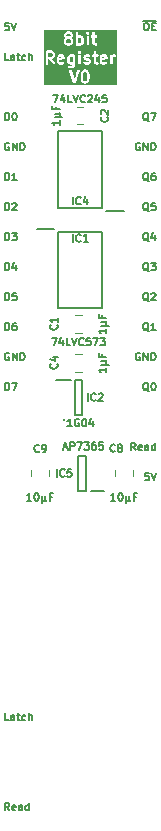
<source format=gto>
%TF.GenerationSoftware,KiCad,Pcbnew,9.0.2*%
%TF.CreationDate,2025-06-17T13:06:38+02:00*%
%TF.ProjectId,Register 8bit with IO,52656769-7374-4657-9220-386269742077,V0*%
%TF.SameCoordinates,Original*%
%TF.FileFunction,Legend,Top*%
%TF.FilePolarity,Positive*%
%FSLAX46Y46*%
G04 Gerber Fmt 4.6, Leading zero omitted, Abs format (unit mm)*
G04 Created by KiCad (PCBNEW 9.0.2) date 2025-06-17 13:06:38*
%MOMM*%
%LPD*%
G01*
G04 APERTURE LIST*
%ADD10C,0.150000*%
%ADD11C,0.200000*%
%ADD12C,0.120000*%
G04 APERTURE END LIST*
D10*
X1568255Y-2825963D02*
X1265874Y-2825963D01*
X1265874Y-2825963D02*
X1265874Y-2190963D01*
X2052065Y-2825963D02*
X2052065Y-2493344D01*
X2052065Y-2493344D02*
X2021827Y-2432867D01*
X2021827Y-2432867D02*
X1961351Y-2402629D01*
X1961351Y-2402629D02*
X1840398Y-2402629D01*
X1840398Y-2402629D02*
X1779922Y-2432867D01*
X2052065Y-2795725D02*
X1991589Y-2825963D01*
X1991589Y-2825963D02*
X1840398Y-2825963D01*
X1840398Y-2825963D02*
X1779922Y-2795725D01*
X1779922Y-2795725D02*
X1749684Y-2735248D01*
X1749684Y-2735248D02*
X1749684Y-2674772D01*
X1749684Y-2674772D02*
X1779922Y-2614296D01*
X1779922Y-2614296D02*
X1840398Y-2584058D01*
X1840398Y-2584058D02*
X1991589Y-2584058D01*
X1991589Y-2584058D02*
X2052065Y-2553820D01*
X2263732Y-2402629D02*
X2505636Y-2402629D01*
X2354446Y-2190963D02*
X2354446Y-2735248D01*
X2354446Y-2735248D02*
X2384684Y-2795725D01*
X2384684Y-2795725D02*
X2445160Y-2825963D01*
X2445160Y-2825963D02*
X2505636Y-2825963D01*
X2989446Y-2795725D02*
X2928970Y-2825963D01*
X2928970Y-2825963D02*
X2808017Y-2825963D01*
X2808017Y-2825963D02*
X2747541Y-2795725D01*
X2747541Y-2795725D02*
X2717303Y-2765486D01*
X2717303Y-2765486D02*
X2687065Y-2705010D01*
X2687065Y-2705010D02*
X2687065Y-2523582D01*
X2687065Y-2523582D02*
X2717303Y-2463105D01*
X2717303Y-2463105D02*
X2747541Y-2432867D01*
X2747541Y-2432867D02*
X2808017Y-2402629D01*
X2808017Y-2402629D02*
X2928970Y-2402629D01*
X2928970Y-2402629D02*
X2989446Y-2432867D01*
X3261589Y-2825963D02*
X3261589Y-2190963D01*
X3533732Y-2825963D02*
X3533732Y-2493344D01*
X3533732Y-2493344D02*
X3503494Y-2432867D01*
X3503494Y-2432867D02*
X3443018Y-2402629D01*
X3443018Y-2402629D02*
X3352303Y-2402629D01*
X3352303Y-2402629D02*
X3291827Y-2432867D01*
X3291827Y-2432867D02*
X3261589Y-2463105D01*
X12311029Y-35845963D02*
X12099362Y-35543582D01*
X11948172Y-35845963D02*
X11948172Y-35210963D01*
X11948172Y-35210963D02*
X12190077Y-35210963D01*
X12190077Y-35210963D02*
X12250553Y-35241201D01*
X12250553Y-35241201D02*
X12280791Y-35271439D01*
X12280791Y-35271439D02*
X12311029Y-35331915D01*
X12311029Y-35331915D02*
X12311029Y-35422629D01*
X12311029Y-35422629D02*
X12280791Y-35483105D01*
X12280791Y-35483105D02*
X12250553Y-35513344D01*
X12250553Y-35513344D02*
X12190077Y-35543582D01*
X12190077Y-35543582D02*
X11948172Y-35543582D01*
X12825077Y-35815725D02*
X12764601Y-35845963D01*
X12764601Y-35845963D02*
X12643648Y-35845963D01*
X12643648Y-35845963D02*
X12583172Y-35815725D01*
X12583172Y-35815725D02*
X12552934Y-35755248D01*
X12552934Y-35755248D02*
X12552934Y-35513344D01*
X12552934Y-35513344D02*
X12583172Y-35452867D01*
X12583172Y-35452867D02*
X12643648Y-35422629D01*
X12643648Y-35422629D02*
X12764601Y-35422629D01*
X12764601Y-35422629D02*
X12825077Y-35452867D01*
X12825077Y-35452867D02*
X12855315Y-35513344D01*
X12855315Y-35513344D02*
X12855315Y-35573820D01*
X12855315Y-35573820D02*
X12552934Y-35634296D01*
X13399601Y-35845963D02*
X13399601Y-35513344D01*
X13399601Y-35513344D02*
X13369363Y-35452867D01*
X13369363Y-35452867D02*
X13308887Y-35422629D01*
X13308887Y-35422629D02*
X13187934Y-35422629D01*
X13187934Y-35422629D02*
X13127458Y-35452867D01*
X13399601Y-35815725D02*
X13339125Y-35845963D01*
X13339125Y-35845963D02*
X13187934Y-35845963D01*
X13187934Y-35845963D02*
X13127458Y-35815725D01*
X13127458Y-35815725D02*
X13097220Y-35755248D01*
X13097220Y-35755248D02*
X13097220Y-35694772D01*
X13097220Y-35694772D02*
X13127458Y-35634296D01*
X13127458Y-35634296D02*
X13187934Y-35604058D01*
X13187934Y-35604058D02*
X13339125Y-35604058D01*
X13339125Y-35604058D02*
X13399601Y-35573820D01*
X13974125Y-35845963D02*
X13974125Y-35210963D01*
X13974125Y-35815725D02*
X13913649Y-35845963D01*
X13913649Y-35845963D02*
X13792696Y-35845963D01*
X13792696Y-35845963D02*
X13732220Y-35815725D01*
X13732220Y-35815725D02*
X13701982Y-35785486D01*
X13701982Y-35785486D02*
X13671744Y-35725010D01*
X13671744Y-35725010D02*
X13671744Y-35543582D01*
X13671744Y-35543582D02*
X13701982Y-35483105D01*
X13701982Y-35483105D02*
X13732220Y-35452867D01*
X13732220Y-35452867D02*
X13792696Y-35422629D01*
X13792696Y-35422629D02*
X13913649Y-35422629D01*
X13913649Y-35422629D02*
X13974125Y-35452867D01*
X1598493Y-9841201D02*
X1538017Y-9810963D01*
X1538017Y-9810963D02*
X1447303Y-9810963D01*
X1447303Y-9810963D02*
X1356588Y-9841201D01*
X1356588Y-9841201D02*
X1296112Y-9901677D01*
X1296112Y-9901677D02*
X1265874Y-9962153D01*
X1265874Y-9962153D02*
X1235636Y-10083105D01*
X1235636Y-10083105D02*
X1235636Y-10173820D01*
X1235636Y-10173820D02*
X1265874Y-10294772D01*
X1265874Y-10294772D02*
X1296112Y-10355248D01*
X1296112Y-10355248D02*
X1356588Y-10415725D01*
X1356588Y-10415725D02*
X1447303Y-10445963D01*
X1447303Y-10445963D02*
X1507779Y-10445963D01*
X1507779Y-10445963D02*
X1598493Y-10415725D01*
X1598493Y-10415725D02*
X1628731Y-10385486D01*
X1628731Y-10385486D02*
X1628731Y-10173820D01*
X1628731Y-10173820D02*
X1507779Y-10173820D01*
X1900874Y-10445963D02*
X1900874Y-9810963D01*
X1900874Y-9810963D02*
X2263731Y-10445963D01*
X2263731Y-10445963D02*
X2263731Y-9810963D01*
X2566112Y-10445963D02*
X2566112Y-9810963D01*
X2566112Y-9810963D02*
X2717302Y-9810963D01*
X2717302Y-9810963D02*
X2808017Y-9841201D01*
X2808017Y-9841201D02*
X2868493Y-9901677D01*
X2868493Y-9901677D02*
X2898731Y-9962153D01*
X2898731Y-9962153D02*
X2928969Y-10083105D01*
X2928969Y-10083105D02*
X2928969Y-10173820D01*
X2928969Y-10173820D02*
X2898731Y-10294772D01*
X2898731Y-10294772D02*
X2868493Y-10355248D01*
X2868493Y-10355248D02*
X2808017Y-10415725D01*
X2808017Y-10415725D02*
X2717302Y-10445963D01*
X2717302Y-10445963D02*
X2566112Y-10445963D01*
X1265874Y-12985963D02*
X1265874Y-12350963D01*
X1265874Y-12350963D02*
X1417064Y-12350963D01*
X1417064Y-12350963D02*
X1507779Y-12381201D01*
X1507779Y-12381201D02*
X1568255Y-12441677D01*
X1568255Y-12441677D02*
X1598493Y-12502153D01*
X1598493Y-12502153D02*
X1628731Y-12623105D01*
X1628731Y-12623105D02*
X1628731Y-12713820D01*
X1628731Y-12713820D02*
X1598493Y-12834772D01*
X1598493Y-12834772D02*
X1568255Y-12895248D01*
X1568255Y-12895248D02*
X1507779Y-12955725D01*
X1507779Y-12955725D02*
X1417064Y-12985963D01*
X1417064Y-12985963D02*
X1265874Y-12985963D01*
X2233493Y-12985963D02*
X1870636Y-12985963D01*
X2052064Y-12985963D02*
X2052064Y-12350963D01*
X2052064Y-12350963D02*
X1991588Y-12441677D01*
X1991588Y-12441677D02*
X1931112Y-12502153D01*
X1931112Y-12502153D02*
X1870636Y-12532391D01*
X12673887Y-9841201D02*
X12613411Y-9810963D01*
X12613411Y-9810963D02*
X12522697Y-9810963D01*
X12522697Y-9810963D02*
X12431982Y-9841201D01*
X12431982Y-9841201D02*
X12371506Y-9901677D01*
X12371506Y-9901677D02*
X12341268Y-9962153D01*
X12341268Y-9962153D02*
X12311030Y-10083105D01*
X12311030Y-10083105D02*
X12311030Y-10173820D01*
X12311030Y-10173820D02*
X12341268Y-10294772D01*
X12341268Y-10294772D02*
X12371506Y-10355248D01*
X12371506Y-10355248D02*
X12431982Y-10415725D01*
X12431982Y-10415725D02*
X12522697Y-10445963D01*
X12522697Y-10445963D02*
X12583173Y-10445963D01*
X12583173Y-10445963D02*
X12673887Y-10415725D01*
X12673887Y-10415725D02*
X12704125Y-10385486D01*
X12704125Y-10385486D02*
X12704125Y-10173820D01*
X12704125Y-10173820D02*
X12583173Y-10173820D01*
X12976268Y-10445963D02*
X12976268Y-9810963D01*
X12976268Y-9810963D02*
X13339125Y-10445963D01*
X13339125Y-10445963D02*
X13339125Y-9810963D01*
X13641506Y-10445963D02*
X13641506Y-9810963D01*
X13641506Y-9810963D02*
X13792696Y-9810963D01*
X13792696Y-9810963D02*
X13883411Y-9841201D01*
X13883411Y-9841201D02*
X13943887Y-9901677D01*
X13943887Y-9901677D02*
X13974125Y-9962153D01*
X13974125Y-9962153D02*
X14004363Y-10083105D01*
X14004363Y-10083105D02*
X14004363Y-10173820D01*
X14004363Y-10173820D02*
X13974125Y-10294772D01*
X13974125Y-10294772D02*
X13943887Y-10355248D01*
X13943887Y-10355248D02*
X13883411Y-10415725D01*
X13883411Y-10415725D02*
X13792696Y-10445963D01*
X13792696Y-10445963D02*
X13641506Y-10445963D01*
X1568255Y349036D02*
X1265874Y349036D01*
X1265874Y349036D02*
X1235636Y46655D01*
X1235636Y46655D02*
X1265874Y76894D01*
X1265874Y76894D02*
X1326350Y107132D01*
X1326350Y107132D02*
X1477541Y107132D01*
X1477541Y107132D02*
X1538017Y76894D01*
X1538017Y76894D02*
X1568255Y46655D01*
X1568255Y46655D02*
X1598493Y-13820D01*
X1598493Y-13820D02*
X1598493Y-165010D01*
X1598493Y-165010D02*
X1568255Y-225486D01*
X1568255Y-225486D02*
X1538017Y-255725D01*
X1538017Y-255725D02*
X1477541Y-285963D01*
X1477541Y-285963D02*
X1326350Y-285963D01*
X1326350Y-285963D02*
X1265874Y-255725D01*
X1265874Y-255725D02*
X1235636Y-225486D01*
X1779922Y349036D02*
X1991588Y-285963D01*
X1991588Y-285963D02*
X2203255Y349036D01*
X13429839Y-20666439D02*
X13369363Y-20636201D01*
X13369363Y-20636201D02*
X13308887Y-20575725D01*
X13308887Y-20575725D02*
X13218173Y-20485010D01*
X13218173Y-20485010D02*
X13157696Y-20454772D01*
X13157696Y-20454772D02*
X13097220Y-20454772D01*
X13127458Y-20605963D02*
X13066982Y-20575725D01*
X13066982Y-20575725D02*
X13006506Y-20515248D01*
X13006506Y-20515248D02*
X12976268Y-20394296D01*
X12976268Y-20394296D02*
X12976268Y-20182629D01*
X12976268Y-20182629D02*
X13006506Y-20061677D01*
X13006506Y-20061677D02*
X13066982Y-20001201D01*
X13066982Y-20001201D02*
X13127458Y-19970963D01*
X13127458Y-19970963D02*
X13248411Y-19970963D01*
X13248411Y-19970963D02*
X13308887Y-20001201D01*
X13308887Y-20001201D02*
X13369363Y-20061677D01*
X13369363Y-20061677D02*
X13399601Y-20182629D01*
X13399601Y-20182629D02*
X13399601Y-20394296D01*
X13399601Y-20394296D02*
X13369363Y-20515248D01*
X13369363Y-20515248D02*
X13308887Y-20575725D01*
X13308887Y-20575725D02*
X13248411Y-20605963D01*
X13248411Y-20605963D02*
X13127458Y-20605963D01*
X13611268Y-19970963D02*
X14004363Y-19970963D01*
X14004363Y-19970963D02*
X13792696Y-20212867D01*
X13792696Y-20212867D02*
X13883411Y-20212867D01*
X13883411Y-20212867D02*
X13943887Y-20243105D01*
X13943887Y-20243105D02*
X13974125Y-20273344D01*
X13974125Y-20273344D02*
X14004363Y-20333820D01*
X14004363Y-20333820D02*
X14004363Y-20485010D01*
X14004363Y-20485010D02*
X13974125Y-20545486D01*
X13974125Y-20545486D02*
X13943887Y-20575725D01*
X13943887Y-20575725D02*
X13883411Y-20605963D01*
X13883411Y-20605963D02*
X13701982Y-20605963D01*
X13701982Y-20605963D02*
X13641506Y-20575725D01*
X13641506Y-20575725D02*
X13611268Y-20545486D01*
X1568255Y-58705963D02*
X1265874Y-58705963D01*
X1265874Y-58705963D02*
X1265874Y-58070963D01*
X2052065Y-58705963D02*
X2052065Y-58373344D01*
X2052065Y-58373344D02*
X2021827Y-58312867D01*
X2021827Y-58312867D02*
X1961351Y-58282629D01*
X1961351Y-58282629D02*
X1840398Y-58282629D01*
X1840398Y-58282629D02*
X1779922Y-58312867D01*
X2052065Y-58675725D02*
X1991589Y-58705963D01*
X1991589Y-58705963D02*
X1840398Y-58705963D01*
X1840398Y-58705963D02*
X1779922Y-58675725D01*
X1779922Y-58675725D02*
X1749684Y-58615248D01*
X1749684Y-58615248D02*
X1749684Y-58554772D01*
X1749684Y-58554772D02*
X1779922Y-58494296D01*
X1779922Y-58494296D02*
X1840398Y-58464058D01*
X1840398Y-58464058D02*
X1991589Y-58464058D01*
X1991589Y-58464058D02*
X2052065Y-58433820D01*
X2263732Y-58282629D02*
X2505636Y-58282629D01*
X2354446Y-58070963D02*
X2354446Y-58615248D01*
X2354446Y-58615248D02*
X2384684Y-58675725D01*
X2384684Y-58675725D02*
X2445160Y-58705963D01*
X2445160Y-58705963D02*
X2505636Y-58705963D01*
X2989446Y-58675725D02*
X2928970Y-58705963D01*
X2928970Y-58705963D02*
X2808017Y-58705963D01*
X2808017Y-58705963D02*
X2747541Y-58675725D01*
X2747541Y-58675725D02*
X2717303Y-58645486D01*
X2717303Y-58645486D02*
X2687065Y-58585010D01*
X2687065Y-58585010D02*
X2687065Y-58403582D01*
X2687065Y-58403582D02*
X2717303Y-58343105D01*
X2717303Y-58343105D02*
X2747541Y-58312867D01*
X2747541Y-58312867D02*
X2808017Y-58282629D01*
X2808017Y-58282629D02*
X2928970Y-58282629D01*
X2928970Y-58282629D02*
X2989446Y-58312867D01*
X3261589Y-58705963D02*
X3261589Y-58070963D01*
X3533732Y-58705963D02*
X3533732Y-58373344D01*
X3533732Y-58373344D02*
X3503494Y-58312867D01*
X3503494Y-58312867D02*
X3443018Y-58282629D01*
X3443018Y-58282629D02*
X3352303Y-58282629D01*
X3352303Y-58282629D02*
X3291827Y-58312867D01*
X3291827Y-58312867D02*
X3261589Y-58343105D01*
X13429839Y-15586439D02*
X13369363Y-15556201D01*
X13369363Y-15556201D02*
X13308887Y-15495725D01*
X13308887Y-15495725D02*
X13218173Y-15405010D01*
X13218173Y-15405010D02*
X13157696Y-15374772D01*
X13157696Y-15374772D02*
X13097220Y-15374772D01*
X13127458Y-15525963D02*
X13066982Y-15495725D01*
X13066982Y-15495725D02*
X13006506Y-15435248D01*
X13006506Y-15435248D02*
X12976268Y-15314296D01*
X12976268Y-15314296D02*
X12976268Y-15102629D01*
X12976268Y-15102629D02*
X13006506Y-14981677D01*
X13006506Y-14981677D02*
X13066982Y-14921201D01*
X13066982Y-14921201D02*
X13127458Y-14890963D01*
X13127458Y-14890963D02*
X13248411Y-14890963D01*
X13248411Y-14890963D02*
X13308887Y-14921201D01*
X13308887Y-14921201D02*
X13369363Y-14981677D01*
X13369363Y-14981677D02*
X13399601Y-15102629D01*
X13399601Y-15102629D02*
X13399601Y-15314296D01*
X13399601Y-15314296D02*
X13369363Y-15435248D01*
X13369363Y-15435248D02*
X13308887Y-15495725D01*
X13308887Y-15495725D02*
X13248411Y-15525963D01*
X13248411Y-15525963D02*
X13127458Y-15525963D01*
X13974125Y-14890963D02*
X13671744Y-14890963D01*
X13671744Y-14890963D02*
X13641506Y-15193344D01*
X13641506Y-15193344D02*
X13671744Y-15163105D01*
X13671744Y-15163105D02*
X13732220Y-15132867D01*
X13732220Y-15132867D02*
X13883411Y-15132867D01*
X13883411Y-15132867D02*
X13943887Y-15163105D01*
X13943887Y-15163105D02*
X13974125Y-15193344D01*
X13974125Y-15193344D02*
X14004363Y-15253820D01*
X14004363Y-15253820D02*
X14004363Y-15405010D01*
X14004363Y-15405010D02*
X13974125Y-15465486D01*
X13974125Y-15465486D02*
X13943887Y-15495725D01*
X13943887Y-15495725D02*
X13883411Y-15525963D01*
X13883411Y-15525963D02*
X13732220Y-15525963D01*
X13732220Y-15525963D02*
X13671744Y-15495725D01*
X13671744Y-15495725D02*
X13641506Y-15465486D01*
X1265874Y-18065963D02*
X1265874Y-17430963D01*
X1265874Y-17430963D02*
X1417064Y-17430963D01*
X1417064Y-17430963D02*
X1507779Y-17461201D01*
X1507779Y-17461201D02*
X1568255Y-17521677D01*
X1568255Y-17521677D02*
X1598493Y-17582153D01*
X1598493Y-17582153D02*
X1628731Y-17703105D01*
X1628731Y-17703105D02*
X1628731Y-17793820D01*
X1628731Y-17793820D02*
X1598493Y-17914772D01*
X1598493Y-17914772D02*
X1568255Y-17975248D01*
X1568255Y-17975248D02*
X1507779Y-18035725D01*
X1507779Y-18035725D02*
X1417064Y-18065963D01*
X1417064Y-18065963D02*
X1265874Y-18065963D01*
X1840398Y-17430963D02*
X2233493Y-17430963D01*
X2233493Y-17430963D02*
X2021826Y-17672867D01*
X2021826Y-17672867D02*
X2112541Y-17672867D01*
X2112541Y-17672867D02*
X2173017Y-17703105D01*
X2173017Y-17703105D02*
X2203255Y-17733344D01*
X2203255Y-17733344D02*
X2233493Y-17793820D01*
X2233493Y-17793820D02*
X2233493Y-17945010D01*
X2233493Y-17945010D02*
X2203255Y-18005486D01*
X2203255Y-18005486D02*
X2173017Y-18035725D01*
X2173017Y-18035725D02*
X2112541Y-18065963D01*
X2112541Y-18065963D02*
X1931112Y-18065963D01*
X1931112Y-18065963D02*
X1870636Y-18035725D01*
X1870636Y-18035725D02*
X1840398Y-18005486D01*
X1265874Y-25685963D02*
X1265874Y-25050963D01*
X1265874Y-25050963D02*
X1417064Y-25050963D01*
X1417064Y-25050963D02*
X1507779Y-25081201D01*
X1507779Y-25081201D02*
X1568255Y-25141677D01*
X1568255Y-25141677D02*
X1598493Y-25202153D01*
X1598493Y-25202153D02*
X1628731Y-25323105D01*
X1628731Y-25323105D02*
X1628731Y-25413820D01*
X1628731Y-25413820D02*
X1598493Y-25534772D01*
X1598493Y-25534772D02*
X1568255Y-25595248D01*
X1568255Y-25595248D02*
X1507779Y-25655725D01*
X1507779Y-25655725D02*
X1417064Y-25685963D01*
X1417064Y-25685963D02*
X1265874Y-25685963D01*
X2173017Y-25050963D02*
X2052064Y-25050963D01*
X2052064Y-25050963D02*
X1991588Y-25081201D01*
X1991588Y-25081201D02*
X1961350Y-25111439D01*
X1961350Y-25111439D02*
X1900874Y-25202153D01*
X1900874Y-25202153D02*
X1870636Y-25323105D01*
X1870636Y-25323105D02*
X1870636Y-25565010D01*
X1870636Y-25565010D02*
X1900874Y-25625486D01*
X1900874Y-25625486D02*
X1931112Y-25655725D01*
X1931112Y-25655725D02*
X1991588Y-25685963D01*
X1991588Y-25685963D02*
X2112541Y-25685963D01*
X2112541Y-25685963D02*
X2173017Y-25655725D01*
X2173017Y-25655725D02*
X2203255Y-25625486D01*
X2203255Y-25625486D02*
X2233493Y-25565010D01*
X2233493Y-25565010D02*
X2233493Y-25413820D01*
X2233493Y-25413820D02*
X2203255Y-25353344D01*
X2203255Y-25353344D02*
X2173017Y-25323105D01*
X2173017Y-25323105D02*
X2112541Y-25292867D01*
X2112541Y-25292867D02*
X1991588Y-25292867D01*
X1991588Y-25292867D02*
X1931112Y-25323105D01*
X1931112Y-25323105D02*
X1900874Y-25353344D01*
X1900874Y-25353344D02*
X1870636Y-25413820D01*
X1265874Y-23145963D02*
X1265874Y-22510963D01*
X1265874Y-22510963D02*
X1417064Y-22510963D01*
X1417064Y-22510963D02*
X1507779Y-22541201D01*
X1507779Y-22541201D02*
X1568255Y-22601677D01*
X1568255Y-22601677D02*
X1598493Y-22662153D01*
X1598493Y-22662153D02*
X1628731Y-22783105D01*
X1628731Y-22783105D02*
X1628731Y-22873820D01*
X1628731Y-22873820D02*
X1598493Y-22994772D01*
X1598493Y-22994772D02*
X1568255Y-23055248D01*
X1568255Y-23055248D02*
X1507779Y-23115725D01*
X1507779Y-23115725D02*
X1417064Y-23145963D01*
X1417064Y-23145963D02*
X1265874Y-23145963D01*
X2203255Y-22510963D02*
X1900874Y-22510963D01*
X1900874Y-22510963D02*
X1870636Y-22813344D01*
X1870636Y-22813344D02*
X1900874Y-22783105D01*
X1900874Y-22783105D02*
X1961350Y-22752867D01*
X1961350Y-22752867D02*
X2112541Y-22752867D01*
X2112541Y-22752867D02*
X2173017Y-22783105D01*
X2173017Y-22783105D02*
X2203255Y-22813344D01*
X2203255Y-22813344D02*
X2233493Y-22873820D01*
X2233493Y-22873820D02*
X2233493Y-23025010D01*
X2233493Y-23025010D02*
X2203255Y-23085486D01*
X2203255Y-23085486D02*
X2173017Y-23115725D01*
X2173017Y-23115725D02*
X2112541Y-23145963D01*
X2112541Y-23145963D02*
X1961350Y-23145963D01*
X1961350Y-23145963D02*
X1900874Y-23115725D01*
X1900874Y-23115725D02*
X1870636Y-23085486D01*
X13429839Y-18126439D02*
X13369363Y-18096201D01*
X13369363Y-18096201D02*
X13308887Y-18035725D01*
X13308887Y-18035725D02*
X13218173Y-17945010D01*
X13218173Y-17945010D02*
X13157696Y-17914772D01*
X13157696Y-17914772D02*
X13097220Y-17914772D01*
X13127458Y-18065963D02*
X13066982Y-18035725D01*
X13066982Y-18035725D02*
X13006506Y-17975248D01*
X13006506Y-17975248D02*
X12976268Y-17854296D01*
X12976268Y-17854296D02*
X12976268Y-17642629D01*
X12976268Y-17642629D02*
X13006506Y-17521677D01*
X13006506Y-17521677D02*
X13066982Y-17461201D01*
X13066982Y-17461201D02*
X13127458Y-17430963D01*
X13127458Y-17430963D02*
X13248411Y-17430963D01*
X13248411Y-17430963D02*
X13308887Y-17461201D01*
X13308887Y-17461201D02*
X13369363Y-17521677D01*
X13369363Y-17521677D02*
X13399601Y-17642629D01*
X13399601Y-17642629D02*
X13399601Y-17854296D01*
X13399601Y-17854296D02*
X13369363Y-17975248D01*
X13369363Y-17975248D02*
X13308887Y-18035725D01*
X13308887Y-18035725D02*
X13248411Y-18065963D01*
X13248411Y-18065963D02*
X13127458Y-18065963D01*
X13943887Y-17642629D02*
X13943887Y-18065963D01*
X13792696Y-17400725D02*
X13641506Y-17854296D01*
X13641506Y-17854296D02*
X14034601Y-17854296D01*
X13429839Y-23206439D02*
X13369363Y-23176201D01*
X13369363Y-23176201D02*
X13308887Y-23115725D01*
X13308887Y-23115725D02*
X13218173Y-23025010D01*
X13218173Y-23025010D02*
X13157696Y-22994772D01*
X13157696Y-22994772D02*
X13097220Y-22994772D01*
X13127458Y-23145963D02*
X13066982Y-23115725D01*
X13066982Y-23115725D02*
X13006506Y-23055248D01*
X13006506Y-23055248D02*
X12976268Y-22934296D01*
X12976268Y-22934296D02*
X12976268Y-22722629D01*
X12976268Y-22722629D02*
X13006506Y-22601677D01*
X13006506Y-22601677D02*
X13066982Y-22541201D01*
X13066982Y-22541201D02*
X13127458Y-22510963D01*
X13127458Y-22510963D02*
X13248411Y-22510963D01*
X13248411Y-22510963D02*
X13308887Y-22541201D01*
X13308887Y-22541201D02*
X13369363Y-22601677D01*
X13369363Y-22601677D02*
X13399601Y-22722629D01*
X13399601Y-22722629D02*
X13399601Y-22934296D01*
X13399601Y-22934296D02*
X13369363Y-23055248D01*
X13369363Y-23055248D02*
X13308887Y-23115725D01*
X13308887Y-23115725D02*
X13248411Y-23145963D01*
X13248411Y-23145963D02*
X13127458Y-23145963D01*
X13641506Y-22571439D02*
X13671744Y-22541201D01*
X13671744Y-22541201D02*
X13732220Y-22510963D01*
X13732220Y-22510963D02*
X13883411Y-22510963D01*
X13883411Y-22510963D02*
X13943887Y-22541201D01*
X13943887Y-22541201D02*
X13974125Y-22571439D01*
X13974125Y-22571439D02*
X14004363Y-22631915D01*
X14004363Y-22631915D02*
X14004363Y-22692391D01*
X14004363Y-22692391D02*
X13974125Y-22783105D01*
X13974125Y-22783105D02*
X13611268Y-23145963D01*
X13611268Y-23145963D02*
X14004363Y-23145963D01*
X13429839Y-25746439D02*
X13369363Y-25716201D01*
X13369363Y-25716201D02*
X13308887Y-25655725D01*
X13308887Y-25655725D02*
X13218173Y-25565010D01*
X13218173Y-25565010D02*
X13157696Y-25534772D01*
X13157696Y-25534772D02*
X13097220Y-25534772D01*
X13127458Y-25685963D02*
X13066982Y-25655725D01*
X13066982Y-25655725D02*
X13006506Y-25595248D01*
X13006506Y-25595248D02*
X12976268Y-25474296D01*
X12976268Y-25474296D02*
X12976268Y-25262629D01*
X12976268Y-25262629D02*
X13006506Y-25141677D01*
X13006506Y-25141677D02*
X13066982Y-25081201D01*
X13066982Y-25081201D02*
X13127458Y-25050963D01*
X13127458Y-25050963D02*
X13248411Y-25050963D01*
X13248411Y-25050963D02*
X13308887Y-25081201D01*
X13308887Y-25081201D02*
X13369363Y-25141677D01*
X13369363Y-25141677D02*
X13399601Y-25262629D01*
X13399601Y-25262629D02*
X13399601Y-25474296D01*
X13399601Y-25474296D02*
X13369363Y-25595248D01*
X13369363Y-25595248D02*
X13308887Y-25655725D01*
X13308887Y-25655725D02*
X13248411Y-25685963D01*
X13248411Y-25685963D02*
X13127458Y-25685963D01*
X14004363Y-25685963D02*
X13641506Y-25685963D01*
X13822934Y-25685963D02*
X13822934Y-25050963D01*
X13822934Y-25050963D02*
X13762458Y-25141677D01*
X13762458Y-25141677D02*
X13701982Y-25202153D01*
X13701982Y-25202153D02*
X13641506Y-25232391D01*
X1628731Y-66325963D02*
X1417064Y-66023582D01*
X1265874Y-66325963D02*
X1265874Y-65690963D01*
X1265874Y-65690963D02*
X1507779Y-65690963D01*
X1507779Y-65690963D02*
X1568255Y-65721201D01*
X1568255Y-65721201D02*
X1598493Y-65751439D01*
X1598493Y-65751439D02*
X1628731Y-65811915D01*
X1628731Y-65811915D02*
X1628731Y-65902629D01*
X1628731Y-65902629D02*
X1598493Y-65963105D01*
X1598493Y-65963105D02*
X1568255Y-65993344D01*
X1568255Y-65993344D02*
X1507779Y-66023582D01*
X1507779Y-66023582D02*
X1265874Y-66023582D01*
X2142779Y-66295725D02*
X2082303Y-66325963D01*
X2082303Y-66325963D02*
X1961350Y-66325963D01*
X1961350Y-66325963D02*
X1900874Y-66295725D01*
X1900874Y-66295725D02*
X1870636Y-66235248D01*
X1870636Y-66235248D02*
X1870636Y-65993344D01*
X1870636Y-65993344D02*
X1900874Y-65932867D01*
X1900874Y-65932867D02*
X1961350Y-65902629D01*
X1961350Y-65902629D02*
X2082303Y-65902629D01*
X2082303Y-65902629D02*
X2142779Y-65932867D01*
X2142779Y-65932867D02*
X2173017Y-65993344D01*
X2173017Y-65993344D02*
X2173017Y-66053820D01*
X2173017Y-66053820D02*
X1870636Y-66114296D01*
X2717303Y-66325963D02*
X2717303Y-65993344D01*
X2717303Y-65993344D02*
X2687065Y-65932867D01*
X2687065Y-65932867D02*
X2626589Y-65902629D01*
X2626589Y-65902629D02*
X2505636Y-65902629D01*
X2505636Y-65902629D02*
X2445160Y-65932867D01*
X2717303Y-66295725D02*
X2656827Y-66325963D01*
X2656827Y-66325963D02*
X2505636Y-66325963D01*
X2505636Y-66325963D02*
X2445160Y-66295725D01*
X2445160Y-66295725D02*
X2414922Y-66235248D01*
X2414922Y-66235248D02*
X2414922Y-66174772D01*
X2414922Y-66174772D02*
X2445160Y-66114296D01*
X2445160Y-66114296D02*
X2505636Y-66084058D01*
X2505636Y-66084058D02*
X2656827Y-66084058D01*
X2656827Y-66084058D02*
X2717303Y-66053820D01*
X3291827Y-66325963D02*
X3291827Y-65690963D01*
X3291827Y-66295725D02*
X3231351Y-66325963D01*
X3231351Y-66325963D02*
X3110398Y-66325963D01*
X3110398Y-66325963D02*
X3049922Y-66295725D01*
X3049922Y-66295725D02*
X3019684Y-66265486D01*
X3019684Y-66265486D02*
X2989446Y-66205010D01*
X2989446Y-66205010D02*
X2989446Y-66023582D01*
X2989446Y-66023582D02*
X3019684Y-65963105D01*
X3019684Y-65963105D02*
X3049922Y-65932867D01*
X3049922Y-65932867D02*
X3110398Y-65902629D01*
X3110398Y-65902629D02*
X3231351Y-65902629D01*
X3231351Y-65902629D02*
X3291827Y-65932867D01*
X13429839Y-37750963D02*
X13127458Y-37750963D01*
X13127458Y-37750963D02*
X13097220Y-38053344D01*
X13097220Y-38053344D02*
X13127458Y-38023105D01*
X13127458Y-38023105D02*
X13187934Y-37992867D01*
X13187934Y-37992867D02*
X13339125Y-37992867D01*
X13339125Y-37992867D02*
X13399601Y-38023105D01*
X13399601Y-38023105D02*
X13429839Y-38053344D01*
X13429839Y-38053344D02*
X13460077Y-38113820D01*
X13460077Y-38113820D02*
X13460077Y-38265010D01*
X13460077Y-38265010D02*
X13429839Y-38325486D01*
X13429839Y-38325486D02*
X13399601Y-38355725D01*
X13399601Y-38355725D02*
X13339125Y-38385963D01*
X13339125Y-38385963D02*
X13187934Y-38385963D01*
X13187934Y-38385963D02*
X13127458Y-38355725D01*
X13127458Y-38355725D02*
X13097220Y-38325486D01*
X13641506Y-37750963D02*
X13853172Y-38385963D01*
X13853172Y-38385963D02*
X14064839Y-37750963D01*
X1265874Y-15525963D02*
X1265874Y-14890963D01*
X1265874Y-14890963D02*
X1417064Y-14890963D01*
X1417064Y-14890963D02*
X1507779Y-14921201D01*
X1507779Y-14921201D02*
X1568255Y-14981677D01*
X1568255Y-14981677D02*
X1598493Y-15042153D01*
X1598493Y-15042153D02*
X1628731Y-15163105D01*
X1628731Y-15163105D02*
X1628731Y-15253820D01*
X1628731Y-15253820D02*
X1598493Y-15374772D01*
X1598493Y-15374772D02*
X1568255Y-15435248D01*
X1568255Y-15435248D02*
X1507779Y-15495725D01*
X1507779Y-15495725D02*
X1417064Y-15525963D01*
X1417064Y-15525963D02*
X1265874Y-15525963D01*
X1870636Y-14951439D02*
X1900874Y-14921201D01*
X1900874Y-14921201D02*
X1961350Y-14890963D01*
X1961350Y-14890963D02*
X2112541Y-14890963D01*
X2112541Y-14890963D02*
X2173017Y-14921201D01*
X2173017Y-14921201D02*
X2203255Y-14951439D01*
X2203255Y-14951439D02*
X2233493Y-15011915D01*
X2233493Y-15011915D02*
X2233493Y-15072391D01*
X2233493Y-15072391D02*
X2203255Y-15163105D01*
X2203255Y-15163105D02*
X1840398Y-15525963D01*
X1840398Y-15525963D02*
X2233493Y-15525963D01*
X1598493Y-27621201D02*
X1538017Y-27590963D01*
X1538017Y-27590963D02*
X1447303Y-27590963D01*
X1447303Y-27590963D02*
X1356588Y-27621201D01*
X1356588Y-27621201D02*
X1296112Y-27681677D01*
X1296112Y-27681677D02*
X1265874Y-27742153D01*
X1265874Y-27742153D02*
X1235636Y-27863105D01*
X1235636Y-27863105D02*
X1235636Y-27953820D01*
X1235636Y-27953820D02*
X1265874Y-28074772D01*
X1265874Y-28074772D02*
X1296112Y-28135248D01*
X1296112Y-28135248D02*
X1356588Y-28195725D01*
X1356588Y-28195725D02*
X1447303Y-28225963D01*
X1447303Y-28225963D02*
X1507779Y-28225963D01*
X1507779Y-28225963D02*
X1598493Y-28195725D01*
X1598493Y-28195725D02*
X1628731Y-28165486D01*
X1628731Y-28165486D02*
X1628731Y-27953820D01*
X1628731Y-27953820D02*
X1507779Y-27953820D01*
X1900874Y-28225963D02*
X1900874Y-27590963D01*
X1900874Y-27590963D02*
X2263731Y-28225963D01*
X2263731Y-28225963D02*
X2263731Y-27590963D01*
X2566112Y-28225963D02*
X2566112Y-27590963D01*
X2566112Y-27590963D02*
X2717302Y-27590963D01*
X2717302Y-27590963D02*
X2808017Y-27621201D01*
X2808017Y-27621201D02*
X2868493Y-27681677D01*
X2868493Y-27681677D02*
X2898731Y-27742153D01*
X2898731Y-27742153D02*
X2928969Y-27863105D01*
X2928969Y-27863105D02*
X2928969Y-27953820D01*
X2928969Y-27953820D02*
X2898731Y-28074772D01*
X2898731Y-28074772D02*
X2868493Y-28135248D01*
X2868493Y-28135248D02*
X2808017Y-28195725D01*
X2808017Y-28195725D02*
X2717302Y-28225963D01*
X2717302Y-28225963D02*
X2566112Y-28225963D01*
X1265874Y-20605963D02*
X1265874Y-19970963D01*
X1265874Y-19970963D02*
X1417064Y-19970963D01*
X1417064Y-19970963D02*
X1507779Y-20001201D01*
X1507779Y-20001201D02*
X1568255Y-20061677D01*
X1568255Y-20061677D02*
X1598493Y-20122153D01*
X1598493Y-20122153D02*
X1628731Y-20243105D01*
X1628731Y-20243105D02*
X1628731Y-20333820D01*
X1628731Y-20333820D02*
X1598493Y-20454772D01*
X1598493Y-20454772D02*
X1568255Y-20515248D01*
X1568255Y-20515248D02*
X1507779Y-20575725D01*
X1507779Y-20575725D02*
X1417064Y-20605963D01*
X1417064Y-20605963D02*
X1265874Y-20605963D01*
X2173017Y-20182629D02*
X2173017Y-20605963D01*
X2021826Y-19940725D02*
X1870636Y-20394296D01*
X1870636Y-20394296D02*
X2263731Y-20394296D01*
D11*
G36*
X8132192Y-3823024D02*
G01*
X8156861Y-3847692D01*
X8192314Y-3918599D01*
X8234285Y-4086480D01*
X8234285Y-4299956D01*
X8192314Y-4467837D01*
X8156861Y-4538743D01*
X8132192Y-4563413D01*
X8072583Y-4593219D01*
X8024559Y-4593219D01*
X7964949Y-4563414D01*
X7940282Y-4538746D01*
X7904827Y-4467837D01*
X7862857Y-4299956D01*
X7862857Y-4086481D01*
X7904827Y-3918599D01*
X7940281Y-3847692D01*
X7964949Y-3823023D01*
X8024559Y-3793219D01*
X8072583Y-3793219D01*
X8132192Y-3823024D01*
G37*
G36*
X6996190Y-2526030D02*
G01*
X6996190Y-2973852D01*
X6977345Y-2983275D01*
X6834083Y-2983275D01*
X6774473Y-2953470D01*
X6749806Y-2928802D01*
X6720000Y-2869190D01*
X6720000Y-2630691D01*
X6749805Y-2571081D01*
X6774473Y-2546412D01*
X6834083Y-2516608D01*
X6977345Y-2516608D01*
X6996190Y-2526030D01*
G37*
G36*
X6116892Y-2538763D02*
G01*
X6134342Y-2573663D01*
X5862857Y-2627960D01*
X5862857Y-2583072D01*
X5885012Y-2538762D01*
X5929321Y-2516608D01*
X6072583Y-2516608D01*
X6116892Y-2538763D01*
G37*
G36*
X9735940Y-2538763D02*
G01*
X9753390Y-2573663D01*
X9481905Y-2627960D01*
X9481905Y-2583072D01*
X9504060Y-2538762D01*
X9548369Y-2516608D01*
X9691631Y-2516608D01*
X9735940Y-2538763D01*
G37*
G36*
X5227430Y-2213080D02*
G01*
X5252099Y-2237748D01*
X5281904Y-2297358D01*
X5281904Y-2393001D01*
X5252099Y-2452610D01*
X5227430Y-2477278D01*
X5167821Y-2507084D01*
X4910476Y-2507084D01*
X4910476Y-2183275D01*
X5167821Y-2183275D01*
X5227430Y-2213080D01*
G37*
G36*
X6775049Y-1031707D02*
G01*
X6799718Y-1056375D01*
X6829523Y-1115985D01*
X6829523Y-1259247D01*
X6799718Y-1318855D01*
X6775049Y-1343525D01*
X6715440Y-1373331D01*
X6572178Y-1373331D01*
X6512568Y-1343526D01*
X6487901Y-1318858D01*
X6458095Y-1259246D01*
X6458095Y-1115985D01*
X6487900Y-1056375D01*
X6512568Y-1031706D01*
X6572178Y-1001902D01*
X6715440Y-1001902D01*
X6775049Y-1031707D01*
G37*
G36*
X6775049Y-603136D02*
G01*
X6799718Y-627804D01*
X6829523Y-687414D01*
X6829523Y-687819D01*
X6799718Y-747428D01*
X6775049Y-772096D01*
X6715440Y-801902D01*
X6572178Y-801902D01*
X6512568Y-772097D01*
X6487900Y-747428D01*
X6458095Y-687818D01*
X6458095Y-687414D01*
X6487900Y-627804D01*
X6512568Y-603135D01*
X6572178Y-573331D01*
X6715440Y-573331D01*
X6775049Y-603136D01*
G37*
G36*
X7679811Y-936469D02*
G01*
X7704480Y-961137D01*
X7734285Y-1020747D01*
X7734285Y-1259247D01*
X7704480Y-1318855D01*
X7679811Y-1343525D01*
X7620202Y-1373331D01*
X7476940Y-1373331D01*
X7458095Y-1363908D01*
X7458095Y-916086D01*
X7476940Y-906664D01*
X7620202Y-906664D01*
X7679811Y-936469D01*
G37*
G36*
X10781571Y-4904330D02*
G01*
X4599365Y-4904330D01*
X4599365Y-3705726D01*
X6711261Y-3705726D01*
X6715608Y-3724842D01*
X7048941Y-4724841D01*
X7056932Y-4742742D01*
X7061615Y-4748141D01*
X7064810Y-4754531D01*
X7074281Y-4762746D01*
X7082497Y-4772218D01*
X7088885Y-4775412D01*
X7094286Y-4780096D01*
X7106187Y-4784063D01*
X7117396Y-4789667D01*
X7124520Y-4790173D01*
X7131302Y-4792434D01*
X7143811Y-4791544D01*
X7156316Y-4792434D01*
X7163094Y-4790174D01*
X7170222Y-4789668D01*
X7181438Y-4784059D01*
X7193332Y-4780095D01*
X7198729Y-4775414D01*
X7205121Y-4772218D01*
X7213339Y-4762742D01*
X7222808Y-4754530D01*
X7226001Y-4748143D01*
X7230686Y-4742742D01*
X7238677Y-4724842D01*
X7455567Y-4074171D01*
X7662857Y-4074171D01*
X7662857Y-4312266D01*
X7663192Y-4315668D01*
X7662975Y-4317127D01*
X7664054Y-4324424D01*
X7664778Y-4331775D01*
X7665342Y-4333138D01*
X7665843Y-4336520D01*
X7713462Y-4526995D01*
X7713975Y-4528432D01*
X7714027Y-4529155D01*
X7717135Y-4537279D01*
X7720057Y-4545456D01*
X7720487Y-4546036D01*
X7721033Y-4547463D01*
X7768652Y-4642701D01*
X7773935Y-4651093D01*
X7774947Y-4653537D01*
X7777203Y-4656286D01*
X7779095Y-4659291D01*
X7781089Y-4661020D01*
X7787384Y-4668690D01*
X7835002Y-4716310D01*
X7842670Y-4722603D01*
X7844402Y-4724600D01*
X7847410Y-4726493D01*
X7850156Y-4728747D01*
X7852596Y-4729757D01*
X7860993Y-4735043D01*
X7956230Y-4782662D01*
X7974539Y-4789668D01*
X7978122Y-4789922D01*
X7981443Y-4791298D01*
X8000952Y-4793219D01*
X8096190Y-4793219D01*
X8115699Y-4791298D01*
X8119019Y-4789922D01*
X8122603Y-4789668D01*
X8140911Y-4782662D01*
X8236149Y-4735043D01*
X8244544Y-4729758D01*
X8246986Y-4728747D01*
X8249733Y-4726491D01*
X8252739Y-4724600D01*
X8254469Y-4722605D01*
X8262139Y-4716310D01*
X8309758Y-4668690D01*
X8316050Y-4661023D01*
X8318047Y-4659292D01*
X8319940Y-4656284D01*
X8322195Y-4653537D01*
X8323206Y-4651095D01*
X8328490Y-4642701D01*
X8376109Y-4547464D01*
X8376655Y-4546035D01*
X8377085Y-4545456D01*
X8380006Y-4537279D01*
X8383115Y-4529155D01*
X8383166Y-4528434D01*
X8383680Y-4526996D01*
X8431299Y-4336520D01*
X8431799Y-4333138D01*
X8432364Y-4331775D01*
X8433087Y-4324424D01*
X8434167Y-4317127D01*
X8433949Y-4315668D01*
X8434285Y-4312266D01*
X8434285Y-4074171D01*
X8433949Y-4070768D01*
X8434167Y-4069310D01*
X8433087Y-4062012D01*
X8432364Y-4054662D01*
X8431799Y-4053298D01*
X8431299Y-4049917D01*
X8383680Y-3859441D01*
X8383166Y-3858002D01*
X8383115Y-3857282D01*
X8380006Y-3849157D01*
X8377085Y-3840981D01*
X8376655Y-3840401D01*
X8376109Y-3838973D01*
X8328490Y-3743736D01*
X8323204Y-3735339D01*
X8322194Y-3732899D01*
X8319940Y-3730153D01*
X8318047Y-3727145D01*
X8316049Y-3725412D01*
X8309757Y-3717746D01*
X8262139Y-3670127D01*
X8254468Y-3663832D01*
X8252739Y-3661838D01*
X8249731Y-3659944D01*
X8246985Y-3657691D01*
X8244545Y-3656680D01*
X8236149Y-3651395D01*
X8140911Y-3603776D01*
X8122603Y-3596770D01*
X8119019Y-3596515D01*
X8115699Y-3595140D01*
X8096190Y-3593219D01*
X8000952Y-3593219D01*
X7981443Y-3595140D01*
X7978122Y-3596515D01*
X7974539Y-3596770D01*
X7956230Y-3603776D01*
X7860993Y-3651395D01*
X7852596Y-3656680D01*
X7850156Y-3657691D01*
X7847410Y-3659944D01*
X7844402Y-3661838D01*
X7842669Y-3663835D01*
X7835003Y-3670128D01*
X7787384Y-3717746D01*
X7781089Y-3725416D01*
X7779095Y-3727146D01*
X7777201Y-3730153D01*
X7774948Y-3732900D01*
X7773937Y-3735339D01*
X7768652Y-3743736D01*
X7721033Y-3838974D01*
X7720487Y-3840400D01*
X7720057Y-3840981D01*
X7717135Y-3849157D01*
X7714027Y-3857282D01*
X7713975Y-3858004D01*
X7713462Y-3859442D01*
X7665843Y-4049917D01*
X7665342Y-4053298D01*
X7664778Y-4054662D01*
X7664054Y-4062012D01*
X7662975Y-4069310D01*
X7663192Y-4070768D01*
X7662857Y-4074171D01*
X7455567Y-4074171D01*
X7572010Y-3724842D01*
X7576357Y-3705727D01*
X7573591Y-3666807D01*
X7556141Y-3631908D01*
X7526665Y-3606343D01*
X7489649Y-3594004D01*
X7450729Y-3596771D01*
X7415830Y-3614220D01*
X7390265Y-3643696D01*
X7382274Y-3661597D01*
X7143809Y-4376991D01*
X6905344Y-3661596D01*
X6897353Y-3643696D01*
X6871788Y-3614220D01*
X6836889Y-3596770D01*
X6797969Y-3594004D01*
X6760953Y-3606342D01*
X6731477Y-3631907D01*
X6714027Y-3666806D01*
X6711261Y-3705726D01*
X4599365Y-3705726D01*
X4599365Y-2083275D01*
X4710476Y-2083275D01*
X4710476Y-3083275D01*
X4712397Y-3102784D01*
X4727329Y-3138832D01*
X4754919Y-3166422D01*
X4790967Y-3181354D01*
X4829985Y-3181354D01*
X4866033Y-3166422D01*
X4893623Y-3138832D01*
X4908555Y-3102784D01*
X4910476Y-3083275D01*
X4910476Y-2707084D01*
X4996506Y-2707084D01*
X5299981Y-3140621D01*
X5312742Y-3155502D01*
X5345647Y-3176471D01*
X5384072Y-3183252D01*
X5422166Y-3174812D01*
X5454131Y-3152437D01*
X5475100Y-3119532D01*
X5481881Y-3081108D01*
X5473441Y-3043013D01*
X5463827Y-3025929D01*
X5233859Y-2697403D01*
X5236149Y-2696527D01*
X5331387Y-2648908D01*
X5339783Y-2643622D01*
X5342223Y-2642612D01*
X5344969Y-2640358D01*
X5347977Y-2638465D01*
X5349706Y-2636470D01*
X5357377Y-2630176D01*
X5404995Y-2582557D01*
X5411287Y-2574890D01*
X5413285Y-2573158D01*
X5415178Y-2570149D01*
X5417432Y-2567404D01*
X5418442Y-2564963D01*
X5421903Y-2559465D01*
X5662857Y-2559465D01*
X5662857Y-2940417D01*
X5664778Y-2959926D01*
X5666153Y-2963246D01*
X5666408Y-2966829D01*
X5673414Y-2985138D01*
X5721033Y-3080377D01*
X5723086Y-3083640D01*
X5723600Y-3085179D01*
X5725262Y-3087095D01*
X5731476Y-3096967D01*
X5740947Y-3105181D01*
X5749164Y-3114656D01*
X5759034Y-3120868D01*
X5760952Y-3122532D01*
X5762492Y-3123045D01*
X5765755Y-3125099D01*
X5860992Y-3172718D01*
X5879301Y-3179724D01*
X5882884Y-3179978D01*
X5886205Y-3181354D01*
X5905714Y-3183275D01*
X6096190Y-3183275D01*
X6115699Y-3181354D01*
X6119019Y-3179978D01*
X6122603Y-3179724D01*
X6140911Y-3172718D01*
X6236149Y-3125099D01*
X6252739Y-3114656D01*
X6278304Y-3085179D01*
X6290642Y-3048163D01*
X6287877Y-3009243D01*
X6270428Y-2974345D01*
X6240951Y-2948780D01*
X6203935Y-2936441D01*
X6165015Y-2939207D01*
X6146706Y-2946213D01*
X6072583Y-2983275D01*
X5929321Y-2983275D01*
X5885011Y-2961120D01*
X5862857Y-2916810D01*
X5862857Y-2831921D01*
X6258553Y-2752782D01*
X6258556Y-2752782D01*
X6258558Y-2752780D01*
X6258658Y-2752761D01*
X6277412Y-2747051D01*
X6285552Y-2741599D01*
X6294604Y-2737850D01*
X6301605Y-2730848D01*
X6309831Y-2725340D01*
X6315265Y-2717188D01*
X6322194Y-2710260D01*
X6325984Y-2701111D01*
X6331475Y-2692875D01*
X6333376Y-2683264D01*
X6337126Y-2674212D01*
X6339047Y-2654703D01*
X6339047Y-2607084D01*
X6520000Y-2607084D01*
X6520000Y-2892798D01*
X6521921Y-2912307D01*
X6523296Y-2915627D01*
X6523551Y-2919211D01*
X6530557Y-2937519D01*
X6578176Y-3032757D01*
X6583459Y-3041149D01*
X6584471Y-3043593D01*
X6586727Y-3046342D01*
X6588619Y-3049347D01*
X6590613Y-3051076D01*
X6596908Y-3058746D01*
X6644526Y-3106366D01*
X6652194Y-3112659D01*
X6653926Y-3114656D01*
X6656934Y-3116549D01*
X6659680Y-3118803D01*
X6662120Y-3119813D01*
X6670517Y-3125099D01*
X6765754Y-3172718D01*
X6784063Y-3179724D01*
X6787646Y-3179978D01*
X6790967Y-3181354D01*
X6810476Y-3183275D01*
X6996190Y-3183275D01*
X6996190Y-3202525D01*
X6966385Y-3262134D01*
X6941716Y-3286802D01*
X6882107Y-3316608D01*
X6786464Y-3316608D01*
X6712340Y-3279546D01*
X6694032Y-3272540D01*
X6655112Y-3269774D01*
X6618096Y-3282113D01*
X6588619Y-3307677D01*
X6571170Y-3342576D01*
X6568404Y-3381496D01*
X6580743Y-3418512D01*
X6606307Y-3447989D01*
X6622898Y-3458432D01*
X6718135Y-3506051D01*
X6736444Y-3513057D01*
X6740027Y-3513311D01*
X6743348Y-3514687D01*
X6762857Y-3516608D01*
X6905714Y-3516608D01*
X6925223Y-3514687D01*
X6928543Y-3513311D01*
X6932127Y-3513057D01*
X6950435Y-3506051D01*
X7045673Y-3458432D01*
X7054069Y-3453146D01*
X7056509Y-3452136D01*
X7059255Y-3449882D01*
X7062263Y-3447989D01*
X7063992Y-3445994D01*
X7071663Y-3439700D01*
X7119281Y-3392081D01*
X7125573Y-3384414D01*
X7127571Y-3382682D01*
X7129464Y-3379673D01*
X7131718Y-3376928D01*
X7132728Y-3374487D01*
X7138014Y-3366091D01*
X7185633Y-3270854D01*
X7192639Y-3252545D01*
X7192893Y-3248961D01*
X7194269Y-3245641D01*
X7196190Y-3226132D01*
X7196190Y-2416608D01*
X7472381Y-2416608D01*
X7472381Y-3083275D01*
X7474302Y-3102784D01*
X7489234Y-3138832D01*
X7516824Y-3166422D01*
X7552872Y-3181354D01*
X7591890Y-3181354D01*
X7627938Y-3166422D01*
X7655528Y-3138832D01*
X7670460Y-3102784D01*
X7672381Y-3083275D01*
X7672381Y-2559465D01*
X7900952Y-2559465D01*
X7900952Y-2607084D01*
X7902873Y-2626593D01*
X7904248Y-2629913D01*
X7904503Y-2633497D01*
X7911509Y-2651805D01*
X7959128Y-2747043D01*
X7961181Y-2750306D01*
X7961695Y-2751845D01*
X7963357Y-2753761D01*
X7969571Y-2763633D01*
X7979041Y-2771846D01*
X7987259Y-2781322D01*
X7997132Y-2787536D01*
X7999048Y-2789198D01*
X8000586Y-2789710D01*
X8003850Y-2791765D01*
X8099087Y-2839384D01*
X8117396Y-2846390D01*
X8120979Y-2846644D01*
X8124300Y-2848020D01*
X8143809Y-2849941D01*
X8263059Y-2849941D01*
X8307368Y-2872096D01*
X8329523Y-2916405D01*
X8329523Y-2916810D01*
X8307368Y-2961119D01*
X8263059Y-2983275D01*
X8119797Y-2983275D01*
X8045673Y-2946213D01*
X8027365Y-2939207D01*
X7988445Y-2936441D01*
X7951429Y-2948780D01*
X7921952Y-2974344D01*
X7904503Y-3009243D01*
X7901737Y-3048163D01*
X7914076Y-3085179D01*
X7939640Y-3114656D01*
X7956231Y-3125099D01*
X8051468Y-3172718D01*
X8069777Y-3179724D01*
X8073360Y-3179978D01*
X8076681Y-3181354D01*
X8096190Y-3183275D01*
X8286666Y-3183275D01*
X8306175Y-3181354D01*
X8309495Y-3179978D01*
X8313079Y-3179724D01*
X8331387Y-3172718D01*
X8426625Y-3125099D01*
X8429887Y-3123045D01*
X8431427Y-3122532D01*
X8433343Y-3120869D01*
X8443215Y-3114656D01*
X8451430Y-3105182D01*
X8460904Y-3096967D01*
X8467117Y-3087095D01*
X8468780Y-3085179D01*
X8469292Y-3083640D01*
X8471347Y-3080377D01*
X8518966Y-2985138D01*
X8525972Y-2966830D01*
X8526226Y-2963246D01*
X8527602Y-2959926D01*
X8529523Y-2940417D01*
X8529523Y-2892798D01*
X8527602Y-2873289D01*
X8526226Y-2869968D01*
X8525972Y-2866385D01*
X8518966Y-2848076D01*
X8471347Y-2752839D01*
X8469292Y-2749575D01*
X8468780Y-2748037D01*
X8467118Y-2746121D01*
X8460904Y-2736248D01*
X8451428Y-2728030D01*
X8443215Y-2718560D01*
X8433343Y-2712346D01*
X8431427Y-2710684D01*
X8429888Y-2710170D01*
X8426625Y-2708117D01*
X8331387Y-2660498D01*
X8313079Y-2653492D01*
X8309495Y-2653237D01*
X8306175Y-2651862D01*
X8286666Y-2649941D01*
X8167416Y-2649941D01*
X8123107Y-2627786D01*
X8100952Y-2583476D01*
X8100952Y-2583072D01*
X8123107Y-2538762D01*
X8167416Y-2516608D01*
X8263059Y-2516608D01*
X8337182Y-2553670D01*
X8355491Y-2560676D01*
X8394411Y-2563442D01*
X8431427Y-2551103D01*
X8460904Y-2525538D01*
X8478353Y-2490640D01*
X8481118Y-2451720D01*
X8468780Y-2414704D01*
X8453511Y-2397099D01*
X8617159Y-2397099D01*
X8617159Y-2436117D01*
X8632091Y-2472165D01*
X8659681Y-2499755D01*
X8695729Y-2514687D01*
X8715238Y-2516608D01*
X8758095Y-2516608D01*
X8758095Y-2940417D01*
X8760016Y-2959926D01*
X8761391Y-2963246D01*
X8761646Y-2966829D01*
X8768652Y-2985138D01*
X8816271Y-3080377D01*
X8818324Y-3083640D01*
X8818838Y-3085179D01*
X8820500Y-3087095D01*
X8826714Y-3096967D01*
X8836185Y-3105181D01*
X8844402Y-3114656D01*
X8854272Y-3120868D01*
X8856190Y-3122532D01*
X8857730Y-3123045D01*
X8860993Y-3125099D01*
X8956230Y-3172718D01*
X8974539Y-3179724D01*
X8978122Y-3179978D01*
X8981443Y-3181354D01*
X9000952Y-3183275D01*
X9096190Y-3183275D01*
X9115699Y-3181354D01*
X9151747Y-3166422D01*
X9179337Y-3138832D01*
X9194269Y-3102784D01*
X9194269Y-3063766D01*
X9179337Y-3027718D01*
X9151747Y-3000128D01*
X9115699Y-2985196D01*
X9096190Y-2983275D01*
X9024559Y-2983275D01*
X8980249Y-2961120D01*
X8958095Y-2916810D01*
X8958095Y-2559465D01*
X9281905Y-2559465D01*
X9281905Y-2940417D01*
X9283826Y-2959926D01*
X9285201Y-2963246D01*
X9285456Y-2966829D01*
X9292462Y-2985138D01*
X9340081Y-3080377D01*
X9342134Y-3083640D01*
X9342648Y-3085179D01*
X9344310Y-3087095D01*
X9350524Y-3096967D01*
X9359995Y-3105181D01*
X9368212Y-3114656D01*
X9378082Y-3120868D01*
X9380000Y-3122532D01*
X9381540Y-3123045D01*
X9384803Y-3125099D01*
X9480040Y-3172718D01*
X9498349Y-3179724D01*
X9501932Y-3179978D01*
X9505253Y-3181354D01*
X9524762Y-3183275D01*
X9715238Y-3183275D01*
X9734747Y-3181354D01*
X9738067Y-3179978D01*
X9741651Y-3179724D01*
X9759959Y-3172718D01*
X9855197Y-3125099D01*
X9871787Y-3114656D01*
X9897352Y-3085179D01*
X9909690Y-3048163D01*
X9906925Y-3009243D01*
X9889476Y-2974345D01*
X9859999Y-2948780D01*
X9822983Y-2936441D01*
X9784063Y-2939207D01*
X9765754Y-2946213D01*
X9691631Y-2983275D01*
X9548369Y-2983275D01*
X9504059Y-2961120D01*
X9481905Y-2916810D01*
X9481905Y-2831921D01*
X9877601Y-2752782D01*
X9877604Y-2752782D01*
X9877606Y-2752780D01*
X9877706Y-2752761D01*
X9896460Y-2747051D01*
X9904600Y-2741599D01*
X9913652Y-2737850D01*
X9920653Y-2730848D01*
X9928879Y-2725340D01*
X9934313Y-2717188D01*
X9941242Y-2710260D01*
X9945032Y-2701111D01*
X9950523Y-2692875D01*
X9952424Y-2683264D01*
X9956174Y-2674212D01*
X9958095Y-2654703D01*
X9958095Y-2559465D01*
X9956174Y-2539956D01*
X9954798Y-2536635D01*
X9954544Y-2533052D01*
X9947538Y-2514743D01*
X9899919Y-2419506D01*
X9898094Y-2416608D01*
X10186667Y-2416608D01*
X10186667Y-3083275D01*
X10188588Y-3102784D01*
X10203520Y-3138832D01*
X10231110Y-3166422D01*
X10267158Y-3181354D01*
X10306176Y-3181354D01*
X10342224Y-3166422D01*
X10369814Y-3138832D01*
X10384746Y-3102784D01*
X10386667Y-3083275D01*
X10386667Y-2630691D01*
X10416472Y-2571081D01*
X10441140Y-2546412D01*
X10500750Y-2516608D01*
X10572381Y-2516608D01*
X10591890Y-2514687D01*
X10627938Y-2499755D01*
X10655528Y-2472165D01*
X10670460Y-2436117D01*
X10670460Y-2397099D01*
X10655528Y-2361051D01*
X10627938Y-2333461D01*
X10591890Y-2318529D01*
X10572381Y-2316608D01*
X10477143Y-2316608D01*
X10457634Y-2318529D01*
X10454313Y-2319904D01*
X10450730Y-2320159D01*
X10432421Y-2327165D01*
X10368092Y-2359329D01*
X10342224Y-2333461D01*
X10306176Y-2318529D01*
X10267158Y-2318529D01*
X10231110Y-2333461D01*
X10203520Y-2361051D01*
X10188588Y-2397099D01*
X10186667Y-2416608D01*
X9898094Y-2416608D01*
X9897864Y-2416242D01*
X9897352Y-2414704D01*
X9895690Y-2412788D01*
X9889476Y-2402915D01*
X9880000Y-2394697D01*
X9871787Y-2385227D01*
X9861915Y-2379013D01*
X9859999Y-2377351D01*
X9858460Y-2376837D01*
X9855197Y-2374784D01*
X9759959Y-2327165D01*
X9741651Y-2320159D01*
X9738067Y-2319904D01*
X9734747Y-2318529D01*
X9715238Y-2316608D01*
X9524762Y-2316608D01*
X9505253Y-2318529D01*
X9501932Y-2319904D01*
X9498349Y-2320159D01*
X9480040Y-2327165D01*
X9384803Y-2374784D01*
X9381539Y-2376838D01*
X9380001Y-2377351D01*
X9378085Y-2379012D01*
X9368212Y-2385227D01*
X9359994Y-2394702D01*
X9350524Y-2402916D01*
X9344310Y-2412787D01*
X9342648Y-2414704D01*
X9342134Y-2416242D01*
X9340081Y-2419506D01*
X9292462Y-2514744D01*
X9285456Y-2533052D01*
X9285201Y-2536635D01*
X9283826Y-2539956D01*
X9281905Y-2559465D01*
X8958095Y-2559465D01*
X8958095Y-2516608D01*
X9096190Y-2516608D01*
X9115699Y-2514687D01*
X9151747Y-2499755D01*
X9179337Y-2472165D01*
X9194269Y-2436117D01*
X9194269Y-2397099D01*
X9179337Y-2361051D01*
X9151747Y-2333461D01*
X9115699Y-2318529D01*
X9096190Y-2316608D01*
X8958095Y-2316608D01*
X8958095Y-2083275D01*
X8956174Y-2063766D01*
X8941242Y-2027718D01*
X8913652Y-2000128D01*
X8877604Y-1985196D01*
X8838586Y-1985196D01*
X8802538Y-2000128D01*
X8774948Y-2027718D01*
X8760016Y-2063766D01*
X8758095Y-2083275D01*
X8758095Y-2316608D01*
X8715238Y-2316608D01*
X8695729Y-2318529D01*
X8659681Y-2333461D01*
X8632091Y-2361051D01*
X8617159Y-2397099D01*
X8453511Y-2397099D01*
X8443215Y-2385227D01*
X8426625Y-2374784D01*
X8331387Y-2327165D01*
X8313079Y-2320159D01*
X8309495Y-2319904D01*
X8306175Y-2318529D01*
X8286666Y-2316608D01*
X8143809Y-2316608D01*
X8124300Y-2318529D01*
X8120979Y-2319904D01*
X8117396Y-2320159D01*
X8099087Y-2327165D01*
X8003850Y-2374784D01*
X8000586Y-2376838D01*
X7999048Y-2377351D01*
X7997132Y-2379012D01*
X7987259Y-2385227D01*
X7979041Y-2394702D01*
X7969571Y-2402916D01*
X7963357Y-2412787D01*
X7961695Y-2414704D01*
X7961181Y-2416242D01*
X7959128Y-2419506D01*
X7911509Y-2514744D01*
X7904503Y-2533052D01*
X7904248Y-2536635D01*
X7902873Y-2539956D01*
X7900952Y-2559465D01*
X7672381Y-2559465D01*
X7672381Y-2416608D01*
X7670460Y-2397099D01*
X7655528Y-2361051D01*
X7627938Y-2333461D01*
X7591890Y-2318529D01*
X7552872Y-2318529D01*
X7516824Y-2333461D01*
X7489234Y-2361051D01*
X7474302Y-2397099D01*
X7472381Y-2416608D01*
X7196190Y-2416608D01*
X7194269Y-2397099D01*
X7179337Y-2361051D01*
X7151747Y-2333461D01*
X7115699Y-2318529D01*
X7076681Y-2318529D01*
X7050276Y-2329466D01*
X7045673Y-2327165D01*
X7027365Y-2320159D01*
X7023781Y-2319904D01*
X7020461Y-2318529D01*
X7000952Y-2316608D01*
X6810476Y-2316608D01*
X6790967Y-2318529D01*
X6787646Y-2319904D01*
X6784063Y-2320159D01*
X6765754Y-2327165D01*
X6670517Y-2374784D01*
X6662120Y-2380069D01*
X6659680Y-2381080D01*
X6656934Y-2383333D01*
X6653926Y-2385227D01*
X6652193Y-2387224D01*
X6644527Y-2393517D01*
X6596908Y-2441135D01*
X6590613Y-2448805D01*
X6588619Y-2450535D01*
X6586725Y-2453542D01*
X6584472Y-2456289D01*
X6583461Y-2458728D01*
X6578176Y-2467125D01*
X6530557Y-2562363D01*
X6523551Y-2580671D01*
X6523296Y-2584254D01*
X6521921Y-2587575D01*
X6520000Y-2607084D01*
X6339047Y-2607084D01*
X6339047Y-2559465D01*
X6337126Y-2539956D01*
X6335750Y-2536635D01*
X6335496Y-2533052D01*
X6328490Y-2514743D01*
X6280871Y-2419506D01*
X6278816Y-2416242D01*
X6278304Y-2414704D01*
X6276642Y-2412788D01*
X6270428Y-2402915D01*
X6260952Y-2394697D01*
X6252739Y-2385227D01*
X6242867Y-2379013D01*
X6240951Y-2377351D01*
X6239412Y-2376837D01*
X6236149Y-2374784D01*
X6140911Y-2327165D01*
X6122603Y-2320159D01*
X6119019Y-2319904D01*
X6115699Y-2318529D01*
X6096190Y-2316608D01*
X5905714Y-2316608D01*
X5886205Y-2318529D01*
X5882884Y-2319904D01*
X5879301Y-2320159D01*
X5860992Y-2327165D01*
X5765755Y-2374784D01*
X5762491Y-2376838D01*
X5760953Y-2377351D01*
X5759037Y-2379012D01*
X5749164Y-2385227D01*
X5740946Y-2394702D01*
X5731476Y-2402916D01*
X5725262Y-2412787D01*
X5723600Y-2414704D01*
X5723086Y-2416242D01*
X5721033Y-2419506D01*
X5673414Y-2514744D01*
X5666408Y-2533052D01*
X5666153Y-2536635D01*
X5664778Y-2539956D01*
X5662857Y-2559465D01*
X5421903Y-2559465D01*
X5423728Y-2556567D01*
X5471347Y-2461330D01*
X5478353Y-2443021D01*
X5478607Y-2439437D01*
X5479983Y-2436117D01*
X5481904Y-2416608D01*
X5481904Y-2273751D01*
X5479983Y-2254242D01*
X5478607Y-2250921D01*
X5478353Y-2247338D01*
X5471347Y-2229029D01*
X5423728Y-2133792D01*
X5418442Y-2125395D01*
X5417432Y-2122955D01*
X5415178Y-2120209D01*
X5413285Y-2117201D01*
X5411287Y-2115468D01*
X5407936Y-2111385D01*
X7426683Y-2111385D01*
X7426683Y-2150403D01*
X7441615Y-2186451D01*
X7454051Y-2201605D01*
X7501670Y-2249223D01*
X7516823Y-2261660D01*
X7527381Y-2266033D01*
X7552872Y-2276592D01*
X7591890Y-2276592D01*
X7627938Y-2261660D01*
X7643092Y-2249224D01*
X7690710Y-2201605D01*
X7703147Y-2186452D01*
X7718078Y-2150403D01*
X7718078Y-2111385D01*
X7716594Y-2107802D01*
X7703147Y-2075336D01*
X7690710Y-2060183D01*
X7643092Y-2012564D01*
X7627938Y-2000128D01*
X7591890Y-1985196D01*
X7552872Y-1985196D01*
X7527381Y-1995754D01*
X7516823Y-2000128D01*
X7501670Y-2012565D01*
X7454051Y-2060183D01*
X7441616Y-2075336D01*
X7441615Y-2075337D01*
X7426683Y-2111385D01*
X5407936Y-2111385D01*
X5404995Y-2107802D01*
X5357377Y-2060183D01*
X5349706Y-2053888D01*
X5347977Y-2051894D01*
X5344969Y-2050000D01*
X5342223Y-2047747D01*
X5339783Y-2046736D01*
X5331387Y-2041451D01*
X5236149Y-1993832D01*
X5217841Y-1986826D01*
X5214257Y-1986571D01*
X5210937Y-1985196D01*
X5191428Y-1983275D01*
X4810476Y-1983275D01*
X4790967Y-1985196D01*
X4754919Y-2000128D01*
X4727329Y-2027718D01*
X4712397Y-2063766D01*
X4710476Y-2083275D01*
X4599365Y-2083275D01*
X4599365Y-663807D01*
X6258095Y-663807D01*
X6258095Y-711426D01*
X6260016Y-730935D01*
X6261391Y-734255D01*
X6261646Y-737839D01*
X6268652Y-756147D01*
X6316271Y-851385D01*
X6321556Y-859781D01*
X6322567Y-862221D01*
X6324820Y-864967D01*
X6326714Y-867975D01*
X6328708Y-869704D01*
X6335003Y-877375D01*
X6359530Y-901902D01*
X6335003Y-926429D01*
X6328708Y-934099D01*
X6326714Y-935829D01*
X6324820Y-938836D01*
X6322567Y-941583D01*
X6321556Y-944022D01*
X6316271Y-952419D01*
X6268652Y-1047657D01*
X6261646Y-1065965D01*
X6261391Y-1069548D01*
X6260016Y-1072869D01*
X6258095Y-1092378D01*
X6258095Y-1282854D01*
X6260016Y-1302363D01*
X6261391Y-1305683D01*
X6261646Y-1309267D01*
X6268652Y-1327575D01*
X6316271Y-1422813D01*
X6321554Y-1431205D01*
X6322566Y-1433649D01*
X6324822Y-1436398D01*
X6326714Y-1439403D01*
X6328708Y-1441132D01*
X6335003Y-1448802D01*
X6382621Y-1496422D01*
X6390289Y-1502715D01*
X6392021Y-1504712D01*
X6395029Y-1506605D01*
X6397775Y-1508859D01*
X6400215Y-1509869D01*
X6408612Y-1515155D01*
X6503849Y-1562774D01*
X6522158Y-1569780D01*
X6525741Y-1570034D01*
X6529062Y-1571410D01*
X6548571Y-1573331D01*
X6739047Y-1573331D01*
X6758556Y-1571410D01*
X6761876Y-1570034D01*
X6765460Y-1569780D01*
X6783768Y-1562774D01*
X6879006Y-1515155D01*
X6887401Y-1509870D01*
X6889843Y-1508859D01*
X6892590Y-1506603D01*
X6895596Y-1504712D01*
X6897326Y-1502717D01*
X6904996Y-1496422D01*
X6952615Y-1448802D01*
X6958907Y-1441135D01*
X6960904Y-1439404D01*
X6962797Y-1436396D01*
X6965052Y-1433649D01*
X6966063Y-1431207D01*
X6971347Y-1422813D01*
X7018966Y-1327576D01*
X7025972Y-1309267D01*
X7026226Y-1305683D01*
X7027602Y-1302363D01*
X7029523Y-1282854D01*
X7029523Y-1092378D01*
X7027602Y-1072869D01*
X7026226Y-1069548D01*
X7025972Y-1065965D01*
X7018966Y-1047656D01*
X6971347Y-952419D01*
X6966061Y-944022D01*
X6965051Y-941582D01*
X6962797Y-938836D01*
X6960904Y-935828D01*
X6958906Y-934095D01*
X6952614Y-926429D01*
X6928087Y-901902D01*
X6952614Y-877375D01*
X6958906Y-869708D01*
X6960904Y-867976D01*
X6962797Y-864967D01*
X6965051Y-862222D01*
X6966061Y-859781D01*
X6971347Y-851385D01*
X7018966Y-756148D01*
X7025972Y-737839D01*
X7026226Y-734255D01*
X7027602Y-730935D01*
X7029523Y-711426D01*
X7029523Y-663807D01*
X7027602Y-644298D01*
X7026226Y-640977D01*
X7025972Y-637394D01*
X7018966Y-619085D01*
X6971347Y-523848D01*
X6966061Y-515451D01*
X6965051Y-513011D01*
X6962797Y-510265D01*
X6960904Y-507257D01*
X6958906Y-505524D01*
X6952614Y-497858D01*
X6928088Y-473331D01*
X7258095Y-473331D01*
X7258095Y-1473331D01*
X7260016Y-1492840D01*
X7274948Y-1528888D01*
X7302538Y-1556478D01*
X7338586Y-1571410D01*
X7377604Y-1571410D01*
X7404008Y-1560472D01*
X7408611Y-1562774D01*
X7426920Y-1569780D01*
X7430503Y-1570034D01*
X7433824Y-1571410D01*
X7453333Y-1573331D01*
X7643809Y-1573331D01*
X7663318Y-1571410D01*
X7666638Y-1570034D01*
X7670222Y-1569780D01*
X7688530Y-1562774D01*
X7783768Y-1515155D01*
X7792163Y-1509870D01*
X7794605Y-1508859D01*
X7797352Y-1506603D01*
X7800358Y-1504712D01*
X7802088Y-1502717D01*
X7809758Y-1496422D01*
X7857377Y-1448802D01*
X7863669Y-1441135D01*
X7865666Y-1439404D01*
X7867559Y-1436396D01*
X7869814Y-1433649D01*
X7870825Y-1431207D01*
X7876109Y-1422813D01*
X7923728Y-1327576D01*
X7930734Y-1309267D01*
X7930988Y-1305683D01*
X7932364Y-1302363D01*
X7934285Y-1282854D01*
X7934285Y-997140D01*
X7932364Y-977631D01*
X7930988Y-974310D01*
X7930734Y-970727D01*
X7923728Y-952418D01*
X7876109Y-857181D01*
X7870823Y-848784D01*
X7869813Y-846344D01*
X7867559Y-843598D01*
X7865666Y-840590D01*
X7863668Y-838857D01*
X7857376Y-831191D01*
X7832850Y-806664D01*
X8162857Y-806664D01*
X8162857Y-1473331D01*
X8164778Y-1492840D01*
X8179710Y-1528888D01*
X8207300Y-1556478D01*
X8243348Y-1571410D01*
X8282366Y-1571410D01*
X8318414Y-1556478D01*
X8346004Y-1528888D01*
X8360936Y-1492840D01*
X8362857Y-1473331D01*
X8362857Y-806664D01*
X8360936Y-787155D01*
X8498111Y-787155D01*
X8498111Y-826173D01*
X8513043Y-862221D01*
X8540633Y-889811D01*
X8576681Y-904743D01*
X8596190Y-906664D01*
X8639047Y-906664D01*
X8639047Y-1330473D01*
X8640968Y-1349982D01*
X8642343Y-1353302D01*
X8642598Y-1356885D01*
X8649604Y-1375194D01*
X8697223Y-1470433D01*
X8699276Y-1473696D01*
X8699790Y-1475235D01*
X8701452Y-1477151D01*
X8707666Y-1487023D01*
X8717137Y-1495237D01*
X8725354Y-1504712D01*
X8735224Y-1510924D01*
X8737142Y-1512588D01*
X8738682Y-1513101D01*
X8741945Y-1515155D01*
X8837182Y-1562774D01*
X8855491Y-1569780D01*
X8859074Y-1570034D01*
X8862395Y-1571410D01*
X8881904Y-1573331D01*
X8977142Y-1573331D01*
X8996651Y-1571410D01*
X9032699Y-1556478D01*
X9060289Y-1528888D01*
X9075221Y-1492840D01*
X9075221Y-1453822D01*
X9060289Y-1417774D01*
X9032699Y-1390184D01*
X8996651Y-1375252D01*
X8977142Y-1373331D01*
X8905511Y-1373331D01*
X8861201Y-1351176D01*
X8839047Y-1306866D01*
X8839047Y-906664D01*
X8977142Y-906664D01*
X8996651Y-904743D01*
X9032699Y-889811D01*
X9060289Y-862221D01*
X9075221Y-826173D01*
X9075221Y-787155D01*
X9060289Y-751107D01*
X9032699Y-723517D01*
X8996651Y-708585D01*
X8977142Y-706664D01*
X8839047Y-706664D01*
X8839047Y-473331D01*
X8837126Y-453822D01*
X8822194Y-417774D01*
X8794604Y-390184D01*
X8758556Y-375252D01*
X8719538Y-375252D01*
X8683490Y-390184D01*
X8655900Y-417774D01*
X8640968Y-453822D01*
X8639047Y-473331D01*
X8639047Y-706664D01*
X8596190Y-706664D01*
X8576681Y-708585D01*
X8540633Y-723517D01*
X8513043Y-751107D01*
X8498111Y-787155D01*
X8360936Y-787155D01*
X8346004Y-751107D01*
X8318414Y-723517D01*
X8282366Y-708585D01*
X8243348Y-708585D01*
X8207300Y-723517D01*
X8179710Y-751107D01*
X8164778Y-787155D01*
X8162857Y-806664D01*
X7832850Y-806664D01*
X7809758Y-783572D01*
X7802087Y-777277D01*
X7800358Y-775283D01*
X7797350Y-773389D01*
X7794604Y-771136D01*
X7792164Y-770125D01*
X7783768Y-764840D01*
X7688530Y-717221D01*
X7670222Y-710215D01*
X7666638Y-709960D01*
X7663318Y-708585D01*
X7643809Y-706664D01*
X7458095Y-706664D01*
X7458095Y-501441D01*
X8117159Y-501441D01*
X8117159Y-540459D01*
X8132091Y-576507D01*
X8144527Y-591661D01*
X8192146Y-639279D01*
X8207299Y-651716D01*
X8217857Y-656089D01*
X8243348Y-666648D01*
X8282366Y-666648D01*
X8318414Y-651716D01*
X8333568Y-639280D01*
X8381186Y-591661D01*
X8393623Y-576508D01*
X8408554Y-540459D01*
X8408554Y-501441D01*
X8407070Y-497858D01*
X8393623Y-465392D01*
X8381186Y-450239D01*
X8333568Y-402620D01*
X8318414Y-390184D01*
X8282366Y-375252D01*
X8243348Y-375252D01*
X8217857Y-385810D01*
X8207299Y-390184D01*
X8192146Y-402621D01*
X8144527Y-450239D01*
X8132092Y-465392D01*
X8132091Y-465393D01*
X8117159Y-501441D01*
X7458095Y-501441D01*
X7458095Y-473331D01*
X7456174Y-453822D01*
X7441242Y-417774D01*
X7413652Y-390184D01*
X7377604Y-375252D01*
X7338586Y-375252D01*
X7302538Y-390184D01*
X7274948Y-417774D01*
X7260016Y-453822D01*
X7258095Y-473331D01*
X6928088Y-473331D01*
X6904996Y-450239D01*
X6897325Y-443944D01*
X6895596Y-441950D01*
X6892588Y-440056D01*
X6889842Y-437803D01*
X6887402Y-436792D01*
X6879006Y-431507D01*
X6783768Y-383888D01*
X6765460Y-376882D01*
X6761876Y-376627D01*
X6758556Y-375252D01*
X6739047Y-373331D01*
X6548571Y-373331D01*
X6529062Y-375252D01*
X6525741Y-376627D01*
X6522158Y-376882D01*
X6503849Y-383888D01*
X6408612Y-431507D01*
X6400215Y-436792D01*
X6397775Y-437803D01*
X6395029Y-440056D01*
X6392021Y-441950D01*
X6390288Y-443947D01*
X6382622Y-450240D01*
X6335003Y-497858D01*
X6328708Y-505528D01*
X6326714Y-507258D01*
X6324820Y-510265D01*
X6322567Y-513012D01*
X6321556Y-515451D01*
X6316271Y-523848D01*
X6268652Y-619086D01*
X6261646Y-637394D01*
X6261391Y-640977D01*
X6260016Y-644298D01*
X6258095Y-663807D01*
X4599365Y-663807D01*
X4599365Y-262220D01*
X10781571Y-262220D01*
X10781571Y-4904330D01*
G37*
D10*
X1265874Y-7905963D02*
X1265874Y-7270963D01*
X1265874Y-7270963D02*
X1417064Y-7270963D01*
X1417064Y-7270963D02*
X1507779Y-7301201D01*
X1507779Y-7301201D02*
X1568255Y-7361677D01*
X1568255Y-7361677D02*
X1598493Y-7422153D01*
X1598493Y-7422153D02*
X1628731Y-7543105D01*
X1628731Y-7543105D02*
X1628731Y-7633820D01*
X1628731Y-7633820D02*
X1598493Y-7754772D01*
X1598493Y-7754772D02*
X1568255Y-7815248D01*
X1568255Y-7815248D02*
X1507779Y-7875725D01*
X1507779Y-7875725D02*
X1417064Y-7905963D01*
X1417064Y-7905963D02*
X1265874Y-7905963D01*
X2021826Y-7270963D02*
X2082303Y-7270963D01*
X2082303Y-7270963D02*
X2142779Y-7301201D01*
X2142779Y-7301201D02*
X2173017Y-7331439D01*
X2173017Y-7331439D02*
X2203255Y-7391915D01*
X2203255Y-7391915D02*
X2233493Y-7512867D01*
X2233493Y-7512867D02*
X2233493Y-7664058D01*
X2233493Y-7664058D02*
X2203255Y-7785010D01*
X2203255Y-7785010D02*
X2173017Y-7845486D01*
X2173017Y-7845486D02*
X2142779Y-7875725D01*
X2142779Y-7875725D02*
X2082303Y-7905963D01*
X2082303Y-7905963D02*
X2021826Y-7905963D01*
X2021826Y-7905963D02*
X1961350Y-7875725D01*
X1961350Y-7875725D02*
X1931112Y-7845486D01*
X1931112Y-7845486D02*
X1900874Y-7785010D01*
X1900874Y-7785010D02*
X1870636Y-7664058D01*
X1870636Y-7664058D02*
X1870636Y-7512867D01*
X1870636Y-7512867D02*
X1900874Y-7391915D01*
X1900874Y-7391915D02*
X1931112Y-7331439D01*
X1931112Y-7331439D02*
X1961350Y-7301201D01*
X1961350Y-7301201D02*
X2021826Y-7270963D01*
X1265874Y-30765963D02*
X1265874Y-30130963D01*
X1265874Y-30130963D02*
X1417064Y-30130963D01*
X1417064Y-30130963D02*
X1507779Y-30161201D01*
X1507779Y-30161201D02*
X1568255Y-30221677D01*
X1568255Y-30221677D02*
X1598493Y-30282153D01*
X1598493Y-30282153D02*
X1628731Y-30403105D01*
X1628731Y-30403105D02*
X1628731Y-30493820D01*
X1628731Y-30493820D02*
X1598493Y-30614772D01*
X1598493Y-30614772D02*
X1568255Y-30675248D01*
X1568255Y-30675248D02*
X1507779Y-30735725D01*
X1507779Y-30735725D02*
X1417064Y-30765963D01*
X1417064Y-30765963D02*
X1265874Y-30765963D01*
X1840398Y-30130963D02*
X2263731Y-30130963D01*
X2263731Y-30130963D02*
X1991588Y-30765963D01*
X13157696Y349036D02*
X13278649Y349036D01*
X13278649Y349036D02*
X13339125Y318798D01*
X13339125Y318798D02*
X13399601Y258322D01*
X13399601Y258322D02*
X13429839Y137370D01*
X13429839Y137370D02*
X13429839Y-74296D01*
X13429839Y-74296D02*
X13399601Y-195248D01*
X13399601Y-195248D02*
X13339125Y-255725D01*
X13339125Y-255725D02*
X13278649Y-285963D01*
X13278649Y-285963D02*
X13157696Y-285963D01*
X13157696Y-285963D02*
X13097220Y-255725D01*
X13097220Y-255725D02*
X13036744Y-195248D01*
X13036744Y-195248D02*
X13006506Y-74296D01*
X13006506Y-74296D02*
X13006506Y137370D01*
X13006506Y137370D02*
X13036744Y258322D01*
X13036744Y258322D02*
X13097220Y318798D01*
X13097220Y318798D02*
X13157696Y349036D01*
X13701982Y46655D02*
X13913649Y46655D01*
X14004363Y-285963D02*
X13701982Y-285963D01*
X13701982Y-285963D02*
X13701982Y349036D01*
X13701982Y349036D02*
X14004363Y349036D01*
X12949054Y525325D02*
X14061816Y525325D01*
X13429839Y-7966439D02*
X13369363Y-7936201D01*
X13369363Y-7936201D02*
X13308887Y-7875725D01*
X13308887Y-7875725D02*
X13218173Y-7785010D01*
X13218173Y-7785010D02*
X13157696Y-7754772D01*
X13157696Y-7754772D02*
X13097220Y-7754772D01*
X13127458Y-7905963D02*
X13066982Y-7875725D01*
X13066982Y-7875725D02*
X13006506Y-7815248D01*
X13006506Y-7815248D02*
X12976268Y-7694296D01*
X12976268Y-7694296D02*
X12976268Y-7482629D01*
X12976268Y-7482629D02*
X13006506Y-7361677D01*
X13006506Y-7361677D02*
X13066982Y-7301201D01*
X13066982Y-7301201D02*
X13127458Y-7270963D01*
X13127458Y-7270963D02*
X13248411Y-7270963D01*
X13248411Y-7270963D02*
X13308887Y-7301201D01*
X13308887Y-7301201D02*
X13369363Y-7361677D01*
X13369363Y-7361677D02*
X13399601Y-7482629D01*
X13399601Y-7482629D02*
X13399601Y-7694296D01*
X13399601Y-7694296D02*
X13369363Y-7815248D01*
X13369363Y-7815248D02*
X13308887Y-7875725D01*
X13308887Y-7875725D02*
X13248411Y-7905963D01*
X13248411Y-7905963D02*
X13127458Y-7905963D01*
X13611268Y-7270963D02*
X14034601Y-7270963D01*
X14034601Y-7270963D02*
X13762458Y-7905963D01*
X12673887Y-27621201D02*
X12613411Y-27590963D01*
X12613411Y-27590963D02*
X12522697Y-27590963D01*
X12522697Y-27590963D02*
X12431982Y-27621201D01*
X12431982Y-27621201D02*
X12371506Y-27681677D01*
X12371506Y-27681677D02*
X12341268Y-27742153D01*
X12341268Y-27742153D02*
X12311030Y-27863105D01*
X12311030Y-27863105D02*
X12311030Y-27953820D01*
X12311030Y-27953820D02*
X12341268Y-28074772D01*
X12341268Y-28074772D02*
X12371506Y-28135248D01*
X12371506Y-28135248D02*
X12431982Y-28195725D01*
X12431982Y-28195725D02*
X12522697Y-28225963D01*
X12522697Y-28225963D02*
X12583173Y-28225963D01*
X12583173Y-28225963D02*
X12673887Y-28195725D01*
X12673887Y-28195725D02*
X12704125Y-28165486D01*
X12704125Y-28165486D02*
X12704125Y-27953820D01*
X12704125Y-27953820D02*
X12583173Y-27953820D01*
X12976268Y-28225963D02*
X12976268Y-27590963D01*
X12976268Y-27590963D02*
X13339125Y-28225963D01*
X13339125Y-28225963D02*
X13339125Y-27590963D01*
X13641506Y-28225963D02*
X13641506Y-27590963D01*
X13641506Y-27590963D02*
X13792696Y-27590963D01*
X13792696Y-27590963D02*
X13883411Y-27621201D01*
X13883411Y-27621201D02*
X13943887Y-27681677D01*
X13943887Y-27681677D02*
X13974125Y-27742153D01*
X13974125Y-27742153D02*
X14004363Y-27863105D01*
X14004363Y-27863105D02*
X14004363Y-27953820D01*
X14004363Y-27953820D02*
X13974125Y-28074772D01*
X13974125Y-28074772D02*
X13943887Y-28135248D01*
X13943887Y-28135248D02*
X13883411Y-28195725D01*
X13883411Y-28195725D02*
X13792696Y-28225963D01*
X13792696Y-28225963D02*
X13641506Y-28225963D01*
X13429839Y-13046439D02*
X13369363Y-13016201D01*
X13369363Y-13016201D02*
X13308887Y-12955725D01*
X13308887Y-12955725D02*
X13218173Y-12865010D01*
X13218173Y-12865010D02*
X13157696Y-12834772D01*
X13157696Y-12834772D02*
X13097220Y-12834772D01*
X13127458Y-12985963D02*
X13066982Y-12955725D01*
X13066982Y-12955725D02*
X13006506Y-12895248D01*
X13006506Y-12895248D02*
X12976268Y-12774296D01*
X12976268Y-12774296D02*
X12976268Y-12562629D01*
X12976268Y-12562629D02*
X13006506Y-12441677D01*
X13006506Y-12441677D02*
X13066982Y-12381201D01*
X13066982Y-12381201D02*
X13127458Y-12350963D01*
X13127458Y-12350963D02*
X13248411Y-12350963D01*
X13248411Y-12350963D02*
X13308887Y-12381201D01*
X13308887Y-12381201D02*
X13369363Y-12441677D01*
X13369363Y-12441677D02*
X13399601Y-12562629D01*
X13399601Y-12562629D02*
X13399601Y-12774296D01*
X13399601Y-12774296D02*
X13369363Y-12895248D01*
X13369363Y-12895248D02*
X13308887Y-12955725D01*
X13308887Y-12955725D02*
X13248411Y-12985963D01*
X13248411Y-12985963D02*
X13127458Y-12985963D01*
X13943887Y-12350963D02*
X13822934Y-12350963D01*
X13822934Y-12350963D02*
X13762458Y-12381201D01*
X13762458Y-12381201D02*
X13732220Y-12411439D01*
X13732220Y-12411439D02*
X13671744Y-12502153D01*
X13671744Y-12502153D02*
X13641506Y-12623105D01*
X13641506Y-12623105D02*
X13641506Y-12865010D01*
X13641506Y-12865010D02*
X13671744Y-12925486D01*
X13671744Y-12925486D02*
X13701982Y-12955725D01*
X13701982Y-12955725D02*
X13762458Y-12985963D01*
X13762458Y-12985963D02*
X13883411Y-12985963D01*
X13883411Y-12985963D02*
X13943887Y-12955725D01*
X13943887Y-12955725D02*
X13974125Y-12925486D01*
X13974125Y-12925486D02*
X14004363Y-12865010D01*
X14004363Y-12865010D02*
X14004363Y-12713820D01*
X14004363Y-12713820D02*
X13974125Y-12653344D01*
X13974125Y-12653344D02*
X13943887Y-12623105D01*
X13943887Y-12623105D02*
X13883411Y-12592867D01*
X13883411Y-12592867D02*
X13762458Y-12592867D01*
X13762458Y-12592867D02*
X13701982Y-12623105D01*
X13701982Y-12623105D02*
X13671744Y-12653344D01*
X13671744Y-12653344D02*
X13641506Y-12713820D01*
X13429839Y-30826439D02*
X13369363Y-30796201D01*
X13369363Y-30796201D02*
X13308887Y-30735725D01*
X13308887Y-30735725D02*
X13218173Y-30645010D01*
X13218173Y-30645010D02*
X13157696Y-30614772D01*
X13157696Y-30614772D02*
X13097220Y-30614772D01*
X13127458Y-30765963D02*
X13066982Y-30735725D01*
X13066982Y-30735725D02*
X13006506Y-30675248D01*
X13006506Y-30675248D02*
X12976268Y-30554296D01*
X12976268Y-30554296D02*
X12976268Y-30342629D01*
X12976268Y-30342629D02*
X13006506Y-30221677D01*
X13006506Y-30221677D02*
X13066982Y-30161201D01*
X13066982Y-30161201D02*
X13127458Y-30130963D01*
X13127458Y-30130963D02*
X13248411Y-30130963D01*
X13248411Y-30130963D02*
X13308887Y-30161201D01*
X13308887Y-30161201D02*
X13369363Y-30221677D01*
X13369363Y-30221677D02*
X13399601Y-30342629D01*
X13399601Y-30342629D02*
X13399601Y-30554296D01*
X13399601Y-30554296D02*
X13369363Y-30675248D01*
X13369363Y-30675248D02*
X13308887Y-30735725D01*
X13308887Y-30735725D02*
X13248411Y-30765963D01*
X13248411Y-30765963D02*
X13127458Y-30765963D01*
X13792696Y-30130963D02*
X13853173Y-30130963D01*
X13853173Y-30130963D02*
X13913649Y-30161201D01*
X13913649Y-30161201D02*
X13943887Y-30191439D01*
X13943887Y-30191439D02*
X13974125Y-30251915D01*
X13974125Y-30251915D02*
X14004363Y-30372867D01*
X14004363Y-30372867D02*
X14004363Y-30524058D01*
X14004363Y-30524058D02*
X13974125Y-30645010D01*
X13974125Y-30645010D02*
X13943887Y-30705486D01*
X13943887Y-30705486D02*
X13913649Y-30735725D01*
X13913649Y-30735725D02*
X13853173Y-30765963D01*
X13853173Y-30765963D02*
X13792696Y-30765963D01*
X13792696Y-30765963D02*
X13732220Y-30735725D01*
X13732220Y-30735725D02*
X13701982Y-30705486D01*
X13701982Y-30705486D02*
X13671744Y-30645010D01*
X13671744Y-30645010D02*
X13641506Y-30524058D01*
X13641506Y-30524058D02*
X13641506Y-30372867D01*
X13641506Y-30372867D02*
X13671744Y-30251915D01*
X13671744Y-30251915D02*
X13701982Y-30191439D01*
X13701982Y-30191439D02*
X13732220Y-30161201D01*
X13732220Y-30161201D02*
X13792696Y-30130963D01*
X8270119Y-31654963D02*
X8270119Y-31019963D01*
X8935357Y-31594486D02*
X8905119Y-31624725D01*
X8905119Y-31624725D02*
X8814405Y-31654963D01*
X8814405Y-31654963D02*
X8753929Y-31654963D01*
X8753929Y-31654963D02*
X8663214Y-31624725D01*
X8663214Y-31624725D02*
X8602738Y-31564248D01*
X8602738Y-31564248D02*
X8572500Y-31503772D01*
X8572500Y-31503772D02*
X8542262Y-31382820D01*
X8542262Y-31382820D02*
X8542262Y-31292105D01*
X8542262Y-31292105D02*
X8572500Y-31171153D01*
X8572500Y-31171153D02*
X8602738Y-31110677D01*
X8602738Y-31110677D02*
X8663214Y-31050201D01*
X8663214Y-31050201D02*
X8753929Y-31019963D01*
X8753929Y-31019963D02*
X8814405Y-31019963D01*
X8814405Y-31019963D02*
X8905119Y-31050201D01*
X8905119Y-31050201D02*
X8935357Y-31080439D01*
X9177262Y-31080439D02*
X9207500Y-31050201D01*
X9207500Y-31050201D02*
X9267976Y-31019963D01*
X9267976Y-31019963D02*
X9419167Y-31019963D01*
X9419167Y-31019963D02*
X9479643Y-31050201D01*
X9479643Y-31050201D02*
X9509881Y-31080439D01*
X9509881Y-31080439D02*
X9540119Y-31140915D01*
X9540119Y-31140915D02*
X9540119Y-31201391D01*
X9540119Y-31201391D02*
X9509881Y-31292105D01*
X9509881Y-31292105D02*
X9147024Y-31654963D01*
X9147024Y-31654963D02*
X9540119Y-31654963D01*
X6298595Y-33178963D02*
X6238119Y-33299915D01*
X6903357Y-33813963D02*
X6540500Y-33813963D01*
X6721928Y-33813963D02*
X6721928Y-33178963D01*
X6721928Y-33178963D02*
X6661452Y-33269677D01*
X6661452Y-33269677D02*
X6600976Y-33330153D01*
X6600976Y-33330153D02*
X6540500Y-33360391D01*
X7508119Y-33209201D02*
X7447643Y-33178963D01*
X7447643Y-33178963D02*
X7356929Y-33178963D01*
X7356929Y-33178963D02*
X7266214Y-33209201D01*
X7266214Y-33209201D02*
X7205738Y-33269677D01*
X7205738Y-33269677D02*
X7175500Y-33330153D01*
X7175500Y-33330153D02*
X7145262Y-33451105D01*
X7145262Y-33451105D02*
X7145262Y-33541820D01*
X7145262Y-33541820D02*
X7175500Y-33662772D01*
X7175500Y-33662772D02*
X7205738Y-33723248D01*
X7205738Y-33723248D02*
X7266214Y-33783725D01*
X7266214Y-33783725D02*
X7356929Y-33813963D01*
X7356929Y-33813963D02*
X7417405Y-33813963D01*
X7417405Y-33813963D02*
X7508119Y-33783725D01*
X7508119Y-33783725D02*
X7538357Y-33753486D01*
X7538357Y-33753486D02*
X7538357Y-33541820D01*
X7538357Y-33541820D02*
X7417405Y-33541820D01*
X7931452Y-33178963D02*
X7991929Y-33178963D01*
X7991929Y-33178963D02*
X8052405Y-33209201D01*
X8052405Y-33209201D02*
X8082643Y-33239439D01*
X8082643Y-33239439D02*
X8112881Y-33299915D01*
X8112881Y-33299915D02*
X8143119Y-33420867D01*
X8143119Y-33420867D02*
X8143119Y-33572058D01*
X8143119Y-33572058D02*
X8112881Y-33693010D01*
X8112881Y-33693010D02*
X8082643Y-33753486D01*
X8082643Y-33753486D02*
X8052405Y-33783725D01*
X8052405Y-33783725D02*
X7991929Y-33813963D01*
X7991929Y-33813963D02*
X7931452Y-33813963D01*
X7931452Y-33813963D02*
X7870976Y-33783725D01*
X7870976Y-33783725D02*
X7840738Y-33753486D01*
X7840738Y-33753486D02*
X7810500Y-33693010D01*
X7810500Y-33693010D02*
X7780262Y-33572058D01*
X7780262Y-33572058D02*
X7780262Y-33420867D01*
X7780262Y-33420867D02*
X7810500Y-33299915D01*
X7810500Y-33299915D02*
X7840738Y-33239439D01*
X7840738Y-33239439D02*
X7870976Y-33209201D01*
X7870976Y-33209201D02*
X7931452Y-33178963D01*
X8687405Y-33390629D02*
X8687405Y-33813963D01*
X8536214Y-33148725D02*
X8385024Y-33602296D01*
X8385024Y-33602296D02*
X8778119Y-33602296D01*
X7000119Y-18192963D02*
X7000119Y-17557963D01*
X7665357Y-18132486D02*
X7635119Y-18162725D01*
X7635119Y-18162725D02*
X7544405Y-18192963D01*
X7544405Y-18192963D02*
X7483929Y-18192963D01*
X7483929Y-18192963D02*
X7393214Y-18162725D01*
X7393214Y-18162725D02*
X7332738Y-18102248D01*
X7332738Y-18102248D02*
X7302500Y-18041772D01*
X7302500Y-18041772D02*
X7272262Y-17920820D01*
X7272262Y-17920820D02*
X7272262Y-17830105D01*
X7272262Y-17830105D02*
X7302500Y-17709153D01*
X7302500Y-17709153D02*
X7332738Y-17648677D01*
X7332738Y-17648677D02*
X7393214Y-17588201D01*
X7393214Y-17588201D02*
X7483929Y-17557963D01*
X7483929Y-17557963D02*
X7544405Y-17557963D01*
X7544405Y-17557963D02*
X7635119Y-17588201D01*
X7635119Y-17588201D02*
X7665357Y-17618439D01*
X8270119Y-18192963D02*
X7907262Y-18192963D01*
X8088690Y-18192963D02*
X8088690Y-17557963D01*
X8088690Y-17557963D02*
X8028214Y-17648677D01*
X8028214Y-17648677D02*
X7967738Y-17709153D01*
X7967738Y-17709153D02*
X7907262Y-17739391D01*
X5225142Y-26320963D02*
X5648475Y-26320963D01*
X5648475Y-26320963D02*
X5376332Y-26955963D01*
X6162523Y-26532629D02*
X6162523Y-26955963D01*
X6011332Y-26290725D02*
X5860142Y-26744296D01*
X5860142Y-26744296D02*
X6253237Y-26744296D01*
X6797523Y-26955963D02*
X6495142Y-26955963D01*
X6495142Y-26955963D02*
X6495142Y-26320963D01*
X6918476Y-26320963D02*
X7130142Y-26955963D01*
X7130142Y-26955963D02*
X7341809Y-26320963D01*
X7916333Y-26895486D02*
X7886095Y-26925725D01*
X7886095Y-26925725D02*
X7795381Y-26955963D01*
X7795381Y-26955963D02*
X7734905Y-26955963D01*
X7734905Y-26955963D02*
X7644190Y-26925725D01*
X7644190Y-26925725D02*
X7583714Y-26865248D01*
X7583714Y-26865248D02*
X7553476Y-26804772D01*
X7553476Y-26804772D02*
X7523238Y-26683820D01*
X7523238Y-26683820D02*
X7523238Y-26593105D01*
X7523238Y-26593105D02*
X7553476Y-26472153D01*
X7553476Y-26472153D02*
X7583714Y-26411677D01*
X7583714Y-26411677D02*
X7644190Y-26351201D01*
X7644190Y-26351201D02*
X7734905Y-26320963D01*
X7734905Y-26320963D02*
X7795381Y-26320963D01*
X7795381Y-26320963D02*
X7886095Y-26351201D01*
X7886095Y-26351201D02*
X7916333Y-26381439D01*
X8490857Y-26320963D02*
X8188476Y-26320963D01*
X8188476Y-26320963D02*
X8158238Y-26623344D01*
X8158238Y-26623344D02*
X8188476Y-26593105D01*
X8188476Y-26593105D02*
X8248952Y-26562867D01*
X8248952Y-26562867D02*
X8400143Y-26562867D01*
X8400143Y-26562867D02*
X8460619Y-26593105D01*
X8460619Y-26593105D02*
X8490857Y-26623344D01*
X8490857Y-26623344D02*
X8521095Y-26683820D01*
X8521095Y-26683820D02*
X8521095Y-26835010D01*
X8521095Y-26835010D02*
X8490857Y-26895486D01*
X8490857Y-26895486D02*
X8460619Y-26925725D01*
X8460619Y-26925725D02*
X8400143Y-26955963D01*
X8400143Y-26955963D02*
X8248952Y-26955963D01*
X8248952Y-26955963D02*
X8188476Y-26925725D01*
X8188476Y-26925725D02*
X8158238Y-26895486D01*
X8732762Y-26320963D02*
X9156095Y-26320963D01*
X9156095Y-26320963D02*
X8883952Y-26955963D01*
X9337524Y-26320963D02*
X9730619Y-26320963D01*
X9730619Y-26320963D02*
X9518952Y-26562867D01*
X9518952Y-26562867D02*
X9609667Y-26562867D01*
X9609667Y-26562867D02*
X9670143Y-26593105D01*
X9670143Y-26593105D02*
X9700381Y-26623344D01*
X9700381Y-26623344D02*
X9730619Y-26683820D01*
X9730619Y-26683820D02*
X9730619Y-26835010D01*
X9730619Y-26835010D02*
X9700381Y-26895486D01*
X9700381Y-26895486D02*
X9670143Y-26925725D01*
X9670143Y-26925725D02*
X9609667Y-26955963D01*
X9609667Y-26955963D02*
X9428238Y-26955963D01*
X9428238Y-26955963D02*
X9367762Y-26925725D01*
X9367762Y-26925725D02*
X9337524Y-26895486D01*
X7000119Y-15017963D02*
X7000119Y-14382963D01*
X7665357Y-14957486D02*
X7635119Y-14987725D01*
X7635119Y-14987725D02*
X7544405Y-15017963D01*
X7544405Y-15017963D02*
X7483929Y-15017963D01*
X7483929Y-15017963D02*
X7393214Y-14987725D01*
X7393214Y-14987725D02*
X7332738Y-14927248D01*
X7332738Y-14927248D02*
X7302500Y-14866772D01*
X7302500Y-14866772D02*
X7272262Y-14745820D01*
X7272262Y-14745820D02*
X7272262Y-14655105D01*
X7272262Y-14655105D02*
X7302500Y-14534153D01*
X7302500Y-14534153D02*
X7332738Y-14473677D01*
X7332738Y-14473677D02*
X7393214Y-14413201D01*
X7393214Y-14413201D02*
X7483929Y-14382963D01*
X7483929Y-14382963D02*
X7544405Y-14382963D01*
X7544405Y-14382963D02*
X7635119Y-14413201D01*
X7635119Y-14413201D02*
X7665357Y-14443439D01*
X8209643Y-14594629D02*
X8209643Y-15017963D01*
X8058452Y-14352725D02*
X7907262Y-14806296D01*
X7907262Y-14806296D02*
X8300357Y-14806296D01*
X5352142Y-5746963D02*
X5775475Y-5746963D01*
X5775475Y-5746963D02*
X5503332Y-6381963D01*
X6289523Y-5958629D02*
X6289523Y-6381963D01*
X6138332Y-5716725D02*
X5987142Y-6170296D01*
X5987142Y-6170296D02*
X6380237Y-6170296D01*
X6924523Y-6381963D02*
X6622142Y-6381963D01*
X6622142Y-6381963D02*
X6622142Y-5746963D01*
X7045476Y-5746963D02*
X7257142Y-6381963D01*
X7257142Y-6381963D02*
X7468809Y-5746963D01*
X8043333Y-6321486D02*
X8013095Y-6351725D01*
X8013095Y-6351725D02*
X7922381Y-6381963D01*
X7922381Y-6381963D02*
X7861905Y-6381963D01*
X7861905Y-6381963D02*
X7771190Y-6351725D01*
X7771190Y-6351725D02*
X7710714Y-6291248D01*
X7710714Y-6291248D02*
X7680476Y-6230772D01*
X7680476Y-6230772D02*
X7650238Y-6109820D01*
X7650238Y-6109820D02*
X7650238Y-6019105D01*
X7650238Y-6019105D02*
X7680476Y-5898153D01*
X7680476Y-5898153D02*
X7710714Y-5837677D01*
X7710714Y-5837677D02*
X7771190Y-5777201D01*
X7771190Y-5777201D02*
X7861905Y-5746963D01*
X7861905Y-5746963D02*
X7922381Y-5746963D01*
X7922381Y-5746963D02*
X8013095Y-5777201D01*
X8013095Y-5777201D02*
X8043333Y-5807439D01*
X8285238Y-5807439D02*
X8315476Y-5777201D01*
X8315476Y-5777201D02*
X8375952Y-5746963D01*
X8375952Y-5746963D02*
X8527143Y-5746963D01*
X8527143Y-5746963D02*
X8587619Y-5777201D01*
X8587619Y-5777201D02*
X8617857Y-5807439D01*
X8617857Y-5807439D02*
X8648095Y-5867915D01*
X8648095Y-5867915D02*
X8648095Y-5928391D01*
X8648095Y-5928391D02*
X8617857Y-6019105D01*
X8617857Y-6019105D02*
X8255000Y-6381963D01*
X8255000Y-6381963D02*
X8648095Y-6381963D01*
X9192381Y-5958629D02*
X9192381Y-6381963D01*
X9041190Y-5716725D02*
X8890000Y-6170296D01*
X8890000Y-6170296D02*
X9283095Y-6170296D01*
X9827381Y-5746963D02*
X9525000Y-5746963D01*
X9525000Y-5746963D02*
X9494762Y-6049344D01*
X9494762Y-6049344D02*
X9525000Y-6019105D01*
X9525000Y-6019105D02*
X9585476Y-5988867D01*
X9585476Y-5988867D02*
X9736667Y-5988867D01*
X9736667Y-5988867D02*
X9797143Y-6019105D01*
X9797143Y-6019105D02*
X9827381Y-6049344D01*
X9827381Y-6049344D02*
X9857619Y-6109820D01*
X9857619Y-6109820D02*
X9857619Y-6261010D01*
X9857619Y-6261010D02*
X9827381Y-6321486D01*
X9827381Y-6321486D02*
X9797143Y-6351725D01*
X9797143Y-6351725D02*
X9736667Y-6381963D01*
X9736667Y-6381963D02*
X9585476Y-6381963D01*
X9585476Y-6381963D02*
X9525000Y-6351725D01*
X9525000Y-6351725D02*
X9494762Y-6321486D01*
X5643486Y-28526833D02*
X5673725Y-28557071D01*
X5673725Y-28557071D02*
X5703963Y-28647785D01*
X5703963Y-28647785D02*
X5703963Y-28708261D01*
X5703963Y-28708261D02*
X5673725Y-28798976D01*
X5673725Y-28798976D02*
X5613248Y-28859452D01*
X5613248Y-28859452D02*
X5552772Y-28889690D01*
X5552772Y-28889690D02*
X5431820Y-28919928D01*
X5431820Y-28919928D02*
X5341105Y-28919928D01*
X5341105Y-28919928D02*
X5220153Y-28889690D01*
X5220153Y-28889690D02*
X5159677Y-28859452D01*
X5159677Y-28859452D02*
X5099201Y-28798976D01*
X5099201Y-28798976D02*
X5068963Y-28708261D01*
X5068963Y-28708261D02*
X5068963Y-28647785D01*
X5068963Y-28647785D02*
X5099201Y-28557071D01*
X5099201Y-28557071D02*
X5129439Y-28526833D01*
X5280629Y-27982547D02*
X5703963Y-27982547D01*
X5038725Y-28133738D02*
X5492296Y-28284928D01*
X5492296Y-28284928D02*
X5492296Y-27891833D01*
X9810963Y-28871333D02*
X9810963Y-29234190D01*
X9810963Y-29052762D02*
X9175963Y-29052762D01*
X9175963Y-29052762D02*
X9266677Y-29113238D01*
X9266677Y-29113238D02*
X9327153Y-29173714D01*
X9327153Y-29173714D02*
X9357391Y-29234190D01*
X9387629Y-28599190D02*
X10022629Y-28599190D01*
X9720248Y-28296809D02*
X9780725Y-28266571D01*
X9780725Y-28266571D02*
X9810963Y-28206095D01*
X9720248Y-28599190D02*
X9780725Y-28568952D01*
X9780725Y-28568952D02*
X9810963Y-28508476D01*
X9810963Y-28508476D02*
X9810963Y-28387523D01*
X9810963Y-28387523D02*
X9780725Y-28327047D01*
X9780725Y-28327047D02*
X9720248Y-28296809D01*
X9720248Y-28296809D02*
X9387629Y-28296809D01*
X9478344Y-27722285D02*
X9478344Y-27933952D01*
X9810963Y-27933952D02*
X9175963Y-27933952D01*
X9175963Y-27933952D02*
X9175963Y-27631571D01*
X9920486Y-7625833D02*
X9950725Y-7656071D01*
X9950725Y-7656071D02*
X9980963Y-7746785D01*
X9980963Y-7746785D02*
X9980963Y-7807261D01*
X9980963Y-7807261D02*
X9950725Y-7897976D01*
X9950725Y-7897976D02*
X9890248Y-7958452D01*
X9890248Y-7958452D02*
X9829772Y-7988690D01*
X9829772Y-7988690D02*
X9708820Y-8018928D01*
X9708820Y-8018928D02*
X9618105Y-8018928D01*
X9618105Y-8018928D02*
X9497153Y-7988690D01*
X9497153Y-7988690D02*
X9436677Y-7958452D01*
X9436677Y-7958452D02*
X9376201Y-7897976D01*
X9376201Y-7897976D02*
X9345963Y-7807261D01*
X9345963Y-7807261D02*
X9345963Y-7746785D01*
X9345963Y-7746785D02*
X9376201Y-7656071D01*
X9376201Y-7656071D02*
X9406439Y-7625833D01*
X9406439Y-7383928D02*
X9376201Y-7353690D01*
X9376201Y-7353690D02*
X9345963Y-7293214D01*
X9345963Y-7293214D02*
X9345963Y-7142023D01*
X9345963Y-7142023D02*
X9376201Y-7081547D01*
X9376201Y-7081547D02*
X9406439Y-7051309D01*
X9406439Y-7051309D02*
X9466915Y-7021071D01*
X9466915Y-7021071D02*
X9527391Y-7021071D01*
X9527391Y-7021071D02*
X9618105Y-7051309D01*
X9618105Y-7051309D02*
X9980963Y-7414166D01*
X9980963Y-7414166D02*
X9980963Y-7021071D01*
X5873963Y-7916333D02*
X5873963Y-8279190D01*
X5873963Y-8097762D02*
X5238963Y-8097762D01*
X5238963Y-8097762D02*
X5329677Y-8158238D01*
X5329677Y-8158238D02*
X5390153Y-8218714D01*
X5390153Y-8218714D02*
X5420391Y-8279190D01*
X5450629Y-7644190D02*
X6085629Y-7644190D01*
X5783248Y-7341809D02*
X5843725Y-7311571D01*
X5843725Y-7311571D02*
X5873963Y-7251095D01*
X5783248Y-7644190D02*
X5843725Y-7613952D01*
X5843725Y-7613952D02*
X5873963Y-7553476D01*
X5873963Y-7553476D02*
X5873963Y-7432523D01*
X5873963Y-7432523D02*
X5843725Y-7372047D01*
X5843725Y-7372047D02*
X5783248Y-7341809D01*
X5783248Y-7341809D02*
X5450629Y-7341809D01*
X5541344Y-6767285D02*
X5541344Y-6978952D01*
X5873963Y-6978952D02*
X5238963Y-6978952D01*
X5238963Y-6978952D02*
X5238963Y-6676571D01*
X5643486Y-25224833D02*
X5673725Y-25255071D01*
X5673725Y-25255071D02*
X5703963Y-25345785D01*
X5703963Y-25345785D02*
X5703963Y-25406261D01*
X5703963Y-25406261D02*
X5673725Y-25496976D01*
X5673725Y-25496976D02*
X5613248Y-25557452D01*
X5613248Y-25557452D02*
X5552772Y-25587690D01*
X5552772Y-25587690D02*
X5431820Y-25617928D01*
X5431820Y-25617928D02*
X5341105Y-25617928D01*
X5341105Y-25617928D02*
X5220153Y-25587690D01*
X5220153Y-25587690D02*
X5159677Y-25557452D01*
X5159677Y-25557452D02*
X5099201Y-25496976D01*
X5099201Y-25496976D02*
X5068963Y-25406261D01*
X5068963Y-25406261D02*
X5068963Y-25345785D01*
X5068963Y-25345785D02*
X5099201Y-25255071D01*
X5099201Y-25255071D02*
X5129439Y-25224833D01*
X5703963Y-24620071D02*
X5703963Y-24982928D01*
X5703963Y-24801500D02*
X5068963Y-24801500D01*
X5068963Y-24801500D02*
X5159677Y-24861976D01*
X5159677Y-24861976D02*
X5220153Y-24922452D01*
X5220153Y-24922452D02*
X5250391Y-24982928D01*
X9810963Y-25569333D02*
X9810963Y-25932190D01*
X9810963Y-25750762D02*
X9175963Y-25750762D01*
X9175963Y-25750762D02*
X9266677Y-25811238D01*
X9266677Y-25811238D02*
X9327153Y-25871714D01*
X9327153Y-25871714D02*
X9357391Y-25932190D01*
X9387629Y-25297190D02*
X10022629Y-25297190D01*
X9720248Y-24994809D02*
X9780725Y-24964571D01*
X9780725Y-24964571D02*
X9810963Y-24904095D01*
X9720248Y-25297190D02*
X9780725Y-25266952D01*
X9780725Y-25266952D02*
X9810963Y-25206476D01*
X9810963Y-25206476D02*
X9810963Y-25085523D01*
X9810963Y-25085523D02*
X9780725Y-25025047D01*
X9780725Y-25025047D02*
X9720248Y-24994809D01*
X9720248Y-24994809D02*
X9387629Y-24994809D01*
X9478344Y-24420285D02*
X9478344Y-24631952D01*
X9810963Y-24631952D02*
X9175963Y-24631952D01*
X9175963Y-24631952D02*
X9175963Y-24329571D01*
X4142166Y-35935486D02*
X4111928Y-35965725D01*
X4111928Y-35965725D02*
X4021214Y-35995963D01*
X4021214Y-35995963D02*
X3960738Y-35995963D01*
X3960738Y-35995963D02*
X3870023Y-35965725D01*
X3870023Y-35965725D02*
X3809547Y-35905248D01*
X3809547Y-35905248D02*
X3779309Y-35844772D01*
X3779309Y-35844772D02*
X3749071Y-35723820D01*
X3749071Y-35723820D02*
X3749071Y-35633105D01*
X3749071Y-35633105D02*
X3779309Y-35512153D01*
X3779309Y-35512153D02*
X3809547Y-35451677D01*
X3809547Y-35451677D02*
X3870023Y-35391201D01*
X3870023Y-35391201D02*
X3960738Y-35360963D01*
X3960738Y-35360963D02*
X4021214Y-35360963D01*
X4021214Y-35360963D02*
X4111928Y-35391201D01*
X4111928Y-35391201D02*
X4142166Y-35421439D01*
X4444547Y-35995963D02*
X4565499Y-35995963D01*
X4565499Y-35995963D02*
X4625976Y-35965725D01*
X4625976Y-35965725D02*
X4656214Y-35935486D01*
X4656214Y-35935486D02*
X4716690Y-35844772D01*
X4716690Y-35844772D02*
X4746928Y-35723820D01*
X4746928Y-35723820D02*
X4746928Y-35481915D01*
X4746928Y-35481915D02*
X4716690Y-35421439D01*
X4716690Y-35421439D02*
X4686452Y-35391201D01*
X4686452Y-35391201D02*
X4625976Y-35360963D01*
X4625976Y-35360963D02*
X4505023Y-35360963D01*
X4505023Y-35360963D02*
X4444547Y-35391201D01*
X4444547Y-35391201D02*
X4414309Y-35421439D01*
X4414309Y-35421439D02*
X4384071Y-35481915D01*
X4384071Y-35481915D02*
X4384071Y-35633105D01*
X4384071Y-35633105D02*
X4414309Y-35693582D01*
X4414309Y-35693582D02*
X4444547Y-35723820D01*
X4444547Y-35723820D02*
X4505023Y-35754058D01*
X4505023Y-35754058D02*
X4625976Y-35754058D01*
X4625976Y-35754058D02*
X4686452Y-35723820D01*
X4686452Y-35723820D02*
X4716690Y-35693582D01*
X4716690Y-35693582D02*
X4746928Y-35633105D01*
X3495285Y-40102963D02*
X3132428Y-40102963D01*
X3313856Y-40102963D02*
X3313856Y-39467963D01*
X3313856Y-39467963D02*
X3253380Y-39558677D01*
X3253380Y-39558677D02*
X3192904Y-39619153D01*
X3192904Y-39619153D02*
X3132428Y-39649391D01*
X3888380Y-39467963D02*
X3948857Y-39467963D01*
X3948857Y-39467963D02*
X4009333Y-39498201D01*
X4009333Y-39498201D02*
X4039571Y-39528439D01*
X4039571Y-39528439D02*
X4069809Y-39588915D01*
X4069809Y-39588915D02*
X4100047Y-39709867D01*
X4100047Y-39709867D02*
X4100047Y-39861058D01*
X4100047Y-39861058D02*
X4069809Y-39982010D01*
X4069809Y-39982010D02*
X4039571Y-40042486D01*
X4039571Y-40042486D02*
X4009333Y-40072725D01*
X4009333Y-40072725D02*
X3948857Y-40102963D01*
X3948857Y-40102963D02*
X3888380Y-40102963D01*
X3888380Y-40102963D02*
X3827904Y-40072725D01*
X3827904Y-40072725D02*
X3797666Y-40042486D01*
X3797666Y-40042486D02*
X3767428Y-39982010D01*
X3767428Y-39982010D02*
X3737190Y-39861058D01*
X3737190Y-39861058D02*
X3737190Y-39709867D01*
X3737190Y-39709867D02*
X3767428Y-39588915D01*
X3767428Y-39588915D02*
X3797666Y-39528439D01*
X3797666Y-39528439D02*
X3827904Y-39498201D01*
X3827904Y-39498201D02*
X3888380Y-39467963D01*
X4372190Y-39679629D02*
X4372190Y-40314629D01*
X4674571Y-40012248D02*
X4704809Y-40072725D01*
X4704809Y-40072725D02*
X4765285Y-40102963D01*
X4372190Y-40012248D02*
X4402428Y-40072725D01*
X4402428Y-40072725D02*
X4462904Y-40102963D01*
X4462904Y-40102963D02*
X4583857Y-40102963D01*
X4583857Y-40102963D02*
X4644333Y-40072725D01*
X4644333Y-40072725D02*
X4674571Y-40012248D01*
X4674571Y-40012248D02*
X4674571Y-39679629D01*
X5249095Y-39770344D02*
X5037428Y-39770344D01*
X5037428Y-40102963D02*
X5037428Y-39467963D01*
X5037428Y-39467963D02*
X5339809Y-39467963D01*
X10562166Y-35912486D02*
X10531928Y-35942725D01*
X10531928Y-35942725D02*
X10441214Y-35972963D01*
X10441214Y-35972963D02*
X10380738Y-35972963D01*
X10380738Y-35972963D02*
X10290023Y-35942725D01*
X10290023Y-35942725D02*
X10229547Y-35882248D01*
X10229547Y-35882248D02*
X10199309Y-35821772D01*
X10199309Y-35821772D02*
X10169071Y-35700820D01*
X10169071Y-35700820D02*
X10169071Y-35610105D01*
X10169071Y-35610105D02*
X10199309Y-35489153D01*
X10199309Y-35489153D02*
X10229547Y-35428677D01*
X10229547Y-35428677D02*
X10290023Y-35368201D01*
X10290023Y-35368201D02*
X10380738Y-35337963D01*
X10380738Y-35337963D02*
X10441214Y-35337963D01*
X10441214Y-35337963D02*
X10531928Y-35368201D01*
X10531928Y-35368201D02*
X10562166Y-35398439D01*
X10925023Y-35610105D02*
X10864547Y-35579867D01*
X10864547Y-35579867D02*
X10834309Y-35549629D01*
X10834309Y-35549629D02*
X10804071Y-35489153D01*
X10804071Y-35489153D02*
X10804071Y-35458915D01*
X10804071Y-35458915D02*
X10834309Y-35398439D01*
X10834309Y-35398439D02*
X10864547Y-35368201D01*
X10864547Y-35368201D02*
X10925023Y-35337963D01*
X10925023Y-35337963D02*
X11045976Y-35337963D01*
X11045976Y-35337963D02*
X11106452Y-35368201D01*
X11106452Y-35368201D02*
X11136690Y-35398439D01*
X11136690Y-35398439D02*
X11166928Y-35458915D01*
X11166928Y-35458915D02*
X11166928Y-35489153D01*
X11166928Y-35489153D02*
X11136690Y-35549629D01*
X11136690Y-35549629D02*
X11106452Y-35579867D01*
X11106452Y-35579867D02*
X11045976Y-35610105D01*
X11045976Y-35610105D02*
X10925023Y-35610105D01*
X10925023Y-35610105D02*
X10864547Y-35640344D01*
X10864547Y-35640344D02*
X10834309Y-35670582D01*
X10834309Y-35670582D02*
X10804071Y-35731058D01*
X10804071Y-35731058D02*
X10804071Y-35852010D01*
X10804071Y-35852010D02*
X10834309Y-35912486D01*
X10834309Y-35912486D02*
X10864547Y-35942725D01*
X10864547Y-35942725D02*
X10925023Y-35972963D01*
X10925023Y-35972963D02*
X11045976Y-35972963D01*
X11045976Y-35972963D02*
X11106452Y-35942725D01*
X11106452Y-35942725D02*
X11136690Y-35912486D01*
X11136690Y-35912486D02*
X11166928Y-35852010D01*
X11166928Y-35852010D02*
X11166928Y-35731058D01*
X11166928Y-35731058D02*
X11136690Y-35670582D01*
X11136690Y-35670582D02*
X11106452Y-35640344D01*
X11106452Y-35640344D02*
X11045976Y-35610105D01*
X10607285Y-40102963D02*
X10244428Y-40102963D01*
X10425856Y-40102963D02*
X10425856Y-39467963D01*
X10425856Y-39467963D02*
X10365380Y-39558677D01*
X10365380Y-39558677D02*
X10304904Y-39619153D01*
X10304904Y-39619153D02*
X10244428Y-39649391D01*
X11000380Y-39467963D02*
X11060857Y-39467963D01*
X11060857Y-39467963D02*
X11121333Y-39498201D01*
X11121333Y-39498201D02*
X11151571Y-39528439D01*
X11151571Y-39528439D02*
X11181809Y-39588915D01*
X11181809Y-39588915D02*
X11212047Y-39709867D01*
X11212047Y-39709867D02*
X11212047Y-39861058D01*
X11212047Y-39861058D02*
X11181809Y-39982010D01*
X11181809Y-39982010D02*
X11151571Y-40042486D01*
X11151571Y-40042486D02*
X11121333Y-40072725D01*
X11121333Y-40072725D02*
X11060857Y-40102963D01*
X11060857Y-40102963D02*
X11000380Y-40102963D01*
X11000380Y-40102963D02*
X10939904Y-40072725D01*
X10939904Y-40072725D02*
X10909666Y-40042486D01*
X10909666Y-40042486D02*
X10879428Y-39982010D01*
X10879428Y-39982010D02*
X10849190Y-39861058D01*
X10849190Y-39861058D02*
X10849190Y-39709867D01*
X10849190Y-39709867D02*
X10879428Y-39588915D01*
X10879428Y-39588915D02*
X10909666Y-39528439D01*
X10909666Y-39528439D02*
X10939904Y-39498201D01*
X10939904Y-39498201D02*
X11000380Y-39467963D01*
X11484190Y-39679629D02*
X11484190Y-40314629D01*
X11786571Y-40012248D02*
X11816809Y-40072725D01*
X11816809Y-40072725D02*
X11877285Y-40102963D01*
X11484190Y-40012248D02*
X11514428Y-40072725D01*
X11514428Y-40072725D02*
X11574904Y-40102963D01*
X11574904Y-40102963D02*
X11695857Y-40102963D01*
X11695857Y-40102963D02*
X11756333Y-40072725D01*
X11756333Y-40072725D02*
X11786571Y-40012248D01*
X11786571Y-40012248D02*
X11786571Y-39679629D01*
X12361095Y-39770344D02*
X12149428Y-39770344D01*
X12149428Y-40102963D02*
X12149428Y-39467963D01*
X12149428Y-39467963D02*
X12451809Y-39467963D01*
X5633119Y-38070963D02*
X5633119Y-37435963D01*
X6298357Y-38010486D02*
X6268119Y-38040725D01*
X6268119Y-38040725D02*
X6177405Y-38070963D01*
X6177405Y-38070963D02*
X6116929Y-38070963D01*
X6116929Y-38070963D02*
X6026214Y-38040725D01*
X6026214Y-38040725D02*
X5965738Y-37980248D01*
X5965738Y-37980248D02*
X5935500Y-37919772D01*
X5935500Y-37919772D02*
X5905262Y-37798820D01*
X5905262Y-37798820D02*
X5905262Y-37708105D01*
X5905262Y-37708105D02*
X5935500Y-37587153D01*
X5935500Y-37587153D02*
X5965738Y-37526677D01*
X5965738Y-37526677D02*
X6026214Y-37466201D01*
X6026214Y-37466201D02*
X6116929Y-37435963D01*
X6116929Y-37435963D02*
X6177405Y-37435963D01*
X6177405Y-37435963D02*
X6268119Y-37466201D01*
X6268119Y-37466201D02*
X6298357Y-37496439D01*
X6872881Y-37435963D02*
X6570500Y-37435963D01*
X6570500Y-37435963D02*
X6540262Y-37738344D01*
X6540262Y-37738344D02*
X6570500Y-37708105D01*
X6570500Y-37708105D02*
X6630976Y-37677867D01*
X6630976Y-37677867D02*
X6782167Y-37677867D01*
X6782167Y-37677867D02*
X6842643Y-37708105D01*
X6842643Y-37708105D02*
X6872881Y-37738344D01*
X6872881Y-37738344D02*
X6903119Y-37798820D01*
X6903119Y-37798820D02*
X6903119Y-37950010D01*
X6903119Y-37950010D02*
X6872881Y-38010486D01*
X6872881Y-38010486D02*
X6842643Y-38040725D01*
X6842643Y-38040725D02*
X6782167Y-38070963D01*
X6782167Y-38070963D02*
X6630976Y-38070963D01*
X6630976Y-38070963D02*
X6570500Y-38040725D01*
X6570500Y-38040725D02*
X6540262Y-38010486D01*
X6225785Y-35603534D02*
X6528166Y-35603534D01*
X6165309Y-35784963D02*
X6376975Y-35149963D01*
X6376975Y-35149963D02*
X6588642Y-35784963D01*
X6800309Y-35784963D02*
X6800309Y-35149963D01*
X6800309Y-35149963D02*
X7042214Y-35149963D01*
X7042214Y-35149963D02*
X7102690Y-35180201D01*
X7102690Y-35180201D02*
X7132928Y-35210439D01*
X7132928Y-35210439D02*
X7163166Y-35270915D01*
X7163166Y-35270915D02*
X7163166Y-35361629D01*
X7163166Y-35361629D02*
X7132928Y-35422105D01*
X7132928Y-35422105D02*
X7102690Y-35452344D01*
X7102690Y-35452344D02*
X7042214Y-35482582D01*
X7042214Y-35482582D02*
X6800309Y-35482582D01*
X7374833Y-35149963D02*
X7798166Y-35149963D01*
X7798166Y-35149963D02*
X7526023Y-35784963D01*
X7979595Y-35149963D02*
X8372690Y-35149963D01*
X8372690Y-35149963D02*
X8161023Y-35391867D01*
X8161023Y-35391867D02*
X8251738Y-35391867D01*
X8251738Y-35391867D02*
X8312214Y-35422105D01*
X8312214Y-35422105D02*
X8342452Y-35452344D01*
X8342452Y-35452344D02*
X8372690Y-35512820D01*
X8372690Y-35512820D02*
X8372690Y-35664010D01*
X8372690Y-35664010D02*
X8342452Y-35724486D01*
X8342452Y-35724486D02*
X8312214Y-35754725D01*
X8312214Y-35754725D02*
X8251738Y-35784963D01*
X8251738Y-35784963D02*
X8070309Y-35784963D01*
X8070309Y-35784963D02*
X8009833Y-35754725D01*
X8009833Y-35754725D02*
X7979595Y-35724486D01*
X8916976Y-35149963D02*
X8796023Y-35149963D01*
X8796023Y-35149963D02*
X8735547Y-35180201D01*
X8735547Y-35180201D02*
X8705309Y-35210439D01*
X8705309Y-35210439D02*
X8644833Y-35301153D01*
X8644833Y-35301153D02*
X8614595Y-35422105D01*
X8614595Y-35422105D02*
X8614595Y-35664010D01*
X8614595Y-35664010D02*
X8644833Y-35724486D01*
X8644833Y-35724486D02*
X8675071Y-35754725D01*
X8675071Y-35754725D02*
X8735547Y-35784963D01*
X8735547Y-35784963D02*
X8856500Y-35784963D01*
X8856500Y-35784963D02*
X8916976Y-35754725D01*
X8916976Y-35754725D02*
X8947214Y-35724486D01*
X8947214Y-35724486D02*
X8977452Y-35664010D01*
X8977452Y-35664010D02*
X8977452Y-35512820D01*
X8977452Y-35512820D02*
X8947214Y-35452344D01*
X8947214Y-35452344D02*
X8916976Y-35422105D01*
X8916976Y-35422105D02*
X8856500Y-35391867D01*
X8856500Y-35391867D02*
X8735547Y-35391867D01*
X8735547Y-35391867D02*
X8675071Y-35422105D01*
X8675071Y-35422105D02*
X8644833Y-35452344D01*
X8644833Y-35452344D02*
X8614595Y-35512820D01*
X9551976Y-35149963D02*
X9249595Y-35149963D01*
X9249595Y-35149963D02*
X9219357Y-35452344D01*
X9219357Y-35452344D02*
X9249595Y-35422105D01*
X9249595Y-35422105D02*
X9310071Y-35391867D01*
X9310071Y-35391867D02*
X9461262Y-35391867D01*
X9461262Y-35391867D02*
X9521738Y-35422105D01*
X9521738Y-35422105D02*
X9551976Y-35452344D01*
X9551976Y-35452344D02*
X9582214Y-35512820D01*
X9582214Y-35512820D02*
X9582214Y-35664010D01*
X9582214Y-35664010D02*
X9551976Y-35724486D01*
X9551976Y-35724486D02*
X9521738Y-35754725D01*
X9521738Y-35754725D02*
X9461262Y-35784963D01*
X9461262Y-35784963D02*
X9310071Y-35784963D01*
X9310071Y-35784963D02*
X9249595Y-35754725D01*
X9249595Y-35754725D02*
X9219357Y-35724486D01*
D11*
%TO.C,IC2*%
X5618000Y-29869000D02*
X6868000Y-29869000D01*
X7218000Y-29869000D02*
X7768000Y-29869000D01*
X7218000Y-32869000D02*
X7218000Y-29869000D01*
X7768000Y-29869000D02*
X7768000Y-32869000D01*
X7768000Y-32869000D02*
X7218000Y-32869000D01*
%TO.C,IC1*%
X3945000Y-17074000D02*
X5420000Y-17074000D01*
X5770000Y-17324000D02*
X9470000Y-17324000D01*
X5770000Y-23824000D02*
X5770000Y-17324000D01*
X9470000Y-17324000D02*
X9470000Y-23824000D01*
X9470000Y-23824000D02*
X5770000Y-23824000D01*
%TO.C,IC4*%
X11295000Y-15565000D02*
X9820000Y-15565000D01*
X9470000Y-15315000D02*
X5770000Y-15315000D01*
X9470000Y-8815000D02*
X9470000Y-15315000D01*
X5770000Y-15315000D02*
X5770000Y-8815000D01*
X5770000Y-8815000D02*
X9470000Y-8815000D01*
D12*
%TO.C,C4*%
X7738252Y-29183000D02*
X7215748Y-29183000D01*
X7738252Y-27713000D02*
X7215748Y-27713000D01*
%TO.C,C2*%
X7374748Y-6758000D02*
X7897252Y-6758000D01*
X7374748Y-8228000D02*
X7897252Y-8228000D01*
%TO.C,C1*%
X7738252Y-25881000D02*
X7215748Y-25881000D01*
X7738252Y-24411000D02*
X7215748Y-24411000D01*
%TO.C,C9*%
X3486000Y-38030252D02*
X3486000Y-37507748D01*
X4956000Y-38030252D02*
X4956000Y-37507748D01*
%TO.C,C8*%
X10598000Y-38030252D02*
X10598000Y-37507748D01*
X12068000Y-38030252D02*
X12068000Y-37507748D01*
D11*
%TO.C,IC5*%
X9652000Y-39285000D02*
X8502000Y-39285000D01*
X8152000Y-39285000D02*
X7402000Y-39285000D01*
X8152000Y-36285000D02*
X8152000Y-39285000D01*
X7402000Y-39285000D02*
X7402000Y-36285000D01*
X7402000Y-36285000D02*
X8152000Y-36285000D01*
%TD*%
M02*

</source>
